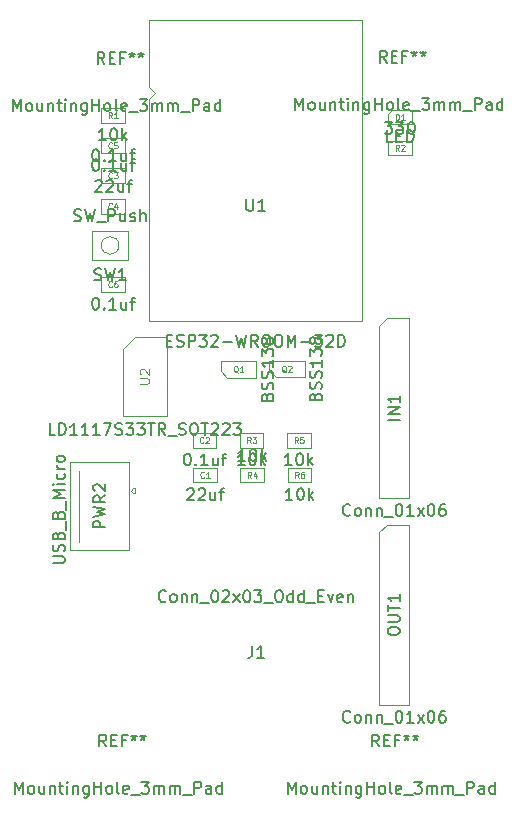
<source format=gbr>
G04 #@! TF.GenerationSoftware,KiCad,Pcbnew,(5.1.9)-1*
G04 #@! TF.CreationDate,2021-01-22T20:27:00+08:00*
G04 #@! TF.ProjectId,esp-break,6573702d-6272-4656-916b-2e6b69636164,rev?*
G04 #@! TF.SameCoordinates,Original*
G04 #@! TF.FileFunction,Other,Fab,Top*
%FSLAX46Y46*%
G04 Gerber Fmt 4.6, Leading zero omitted, Abs format (unit mm)*
G04 Created by KiCad (PCBNEW (5.1.9)-1) date 2021-01-22 20:27:00*
%MOMM*%
%LPD*%
G01*
G04 APERTURE LIST*
%ADD10C,0.100000*%
%ADD11C,0.150000*%
%ADD12C,0.075000*%
%ADD13C,0.120000*%
%ADD14C,0.080000*%
G04 APERTURE END LIST*
D10*
X105767000Y-71250000D02*
X102767000Y-71250000D01*
X102767000Y-71250000D02*
X102767000Y-68750000D01*
X102767000Y-68750000D02*
X105767000Y-68750000D01*
X105767000Y-68750000D02*
X105767000Y-71250000D01*
X105017000Y-70000000D02*
G75*
G03*
X105017000Y-70000000I-750000J0D01*
G01*
X125575000Y-76385000D02*
X125575000Y-50880000D01*
X107575000Y-76385000D02*
X125575000Y-76385000D01*
X107575000Y-50880000D02*
X107575000Y-56605000D01*
X107575000Y-50880000D02*
X125575000Y-50880000D01*
X107575000Y-57605000D02*
X107575000Y-76385000D01*
X108075000Y-57105000D02*
X107575000Y-56605000D01*
X107575000Y-57605000D02*
X108075000Y-57105000D01*
X127685800Y-76149200D02*
X129590800Y-76149200D01*
X129590800Y-76149200D02*
X129590800Y-91389200D01*
X129590800Y-91389200D02*
X127050800Y-91389200D01*
X127050800Y-91389200D02*
X127050800Y-76784200D01*
X127050800Y-76784200D02*
X127685800Y-76149200D01*
X127050800Y-94284800D02*
X127685800Y-93649800D01*
X127050800Y-108889800D02*
X127050800Y-94284800D01*
X129590800Y-108889800D02*
X127050800Y-108889800D01*
X129590800Y-93649800D02*
X129590800Y-108889800D01*
X127685800Y-93649800D02*
X129590800Y-93649800D01*
X116658660Y-81195980D02*
X116658660Y-79795980D01*
X113618660Y-79795980D02*
X116658660Y-79795980D01*
X114188660Y-81195980D02*
X113618660Y-80645980D01*
X113618660Y-80645980D02*
X113618660Y-79795980D01*
X114188660Y-81195980D02*
X116638660Y-81195980D01*
X118276300Y-81172740D02*
X120726300Y-81172740D01*
X117706300Y-80622740D02*
X117706300Y-79772740D01*
X118276300Y-81172740D02*
X117706300Y-80622740D01*
X117706300Y-79772740D02*
X120746300Y-79772740D01*
X120746300Y-81172740D02*
X120746300Y-79772740D01*
X100904900Y-95825000D02*
X105904900Y-95825000D01*
X101603196Y-89075000D02*
X101603196Y-95075000D01*
X100903196Y-88325000D02*
X100903196Y-95825000D01*
X105904900Y-88325000D02*
X105904900Y-95825000D01*
X100904900Y-88325000D02*
X105904900Y-88325000D01*
X106004900Y-90775000D02*
X106204900Y-90575000D01*
X106204900Y-90975000D02*
X106004900Y-90775000D01*
X106414900Y-90575000D02*
X106414900Y-90975000D01*
X106414900Y-90575000D02*
X106204900Y-90575000D01*
X106414900Y-90975000D02*
X106204900Y-90975000D01*
X105360000Y-78750000D02*
X106360000Y-77750000D01*
X105360000Y-78750000D02*
X105360000Y-84450000D01*
X106360000Y-77750000D02*
X109060000Y-77750000D01*
X105360000Y-84450000D02*
X109060000Y-84450000D01*
X109060000Y-77750000D02*
X109060000Y-84450000D01*
X111300000Y-90075000D02*
X111300000Y-88825000D01*
X111300000Y-88825000D02*
X113300000Y-88825000D01*
X113300000Y-88825000D02*
X113300000Y-90075000D01*
X113300000Y-90075000D02*
X111300000Y-90075000D01*
X113250000Y-87125000D02*
X111250000Y-87125000D01*
X113250000Y-85875000D02*
X113250000Y-87125000D01*
X111250000Y-85875000D02*
X113250000Y-85875000D01*
X111250000Y-87125000D02*
X111250000Y-85875000D01*
X105500000Y-63475000D02*
X105500000Y-64725000D01*
X105500000Y-64725000D02*
X103500000Y-64725000D01*
X103500000Y-64725000D02*
X103500000Y-63475000D01*
X103500000Y-63475000D02*
X105500000Y-63475000D01*
X103500000Y-66075000D02*
X105500000Y-66075000D01*
X103500000Y-67325000D02*
X103500000Y-66075000D01*
X105500000Y-67325000D02*
X103500000Y-67325000D01*
X105500000Y-66075000D02*
X105500000Y-67325000D01*
X105500000Y-62175000D02*
X103500000Y-62175000D01*
X105500000Y-60925000D02*
X105500000Y-62175000D01*
X103500000Y-60925000D02*
X105500000Y-60925000D01*
X103500000Y-62175000D02*
X103500000Y-60925000D01*
X103500000Y-73925000D02*
X103500000Y-72675000D01*
X103500000Y-72675000D02*
X105500000Y-72675000D01*
X105500000Y-72675000D02*
X105500000Y-73925000D01*
X105500000Y-73925000D02*
X103500000Y-73925000D01*
X103500000Y-59625000D02*
X103500000Y-58375000D01*
X103500000Y-58375000D02*
X105500000Y-58375000D01*
X105500000Y-58375000D02*
X105500000Y-59625000D01*
X105500000Y-59625000D02*
X103500000Y-59625000D01*
X129800000Y-61125000D02*
X129800000Y-62375000D01*
X129800000Y-62375000D02*
X127800000Y-62375000D01*
X127800000Y-62375000D02*
X127800000Y-61125000D01*
X127800000Y-61125000D02*
X129800000Y-61125000D01*
X117250000Y-87125000D02*
X115250000Y-87125000D01*
X117250000Y-85875000D02*
X117250000Y-87125000D01*
X115250000Y-85875000D02*
X117250000Y-85875000D01*
X115250000Y-87125000D02*
X115250000Y-85875000D01*
X115300000Y-88825000D02*
X117300000Y-88825000D01*
X115300000Y-90075000D02*
X115300000Y-88825000D01*
X117300000Y-90075000D02*
X115300000Y-90075000D01*
X117300000Y-88825000D02*
X117300000Y-90075000D01*
X121250000Y-87125000D02*
X119250000Y-87125000D01*
X121250000Y-85875000D02*
X121250000Y-87125000D01*
X119250000Y-85875000D02*
X121250000Y-85875000D01*
X119250000Y-87125000D02*
X119250000Y-85875000D01*
X119300000Y-90075000D02*
X119300000Y-88825000D01*
X119300000Y-88825000D02*
X121300000Y-88825000D01*
X121300000Y-88825000D02*
X121300000Y-90075000D01*
X121300000Y-90075000D02*
X119300000Y-90075000D01*
X129800000Y-59750000D02*
X129800000Y-58550000D01*
X127800000Y-59750000D02*
X129800000Y-59750000D01*
X127800000Y-58850000D02*
X127800000Y-59750000D01*
X128100000Y-58550000D02*
X127800000Y-58850000D01*
X129800000Y-58550000D02*
X128100000Y-58550000D01*
D11*
X119308095Y-116422380D02*
X119308095Y-115422380D01*
X119641428Y-116136666D01*
X119974761Y-115422380D01*
X119974761Y-116422380D01*
X120593809Y-116422380D02*
X120498571Y-116374761D01*
X120450952Y-116327142D01*
X120403333Y-116231904D01*
X120403333Y-115946190D01*
X120450952Y-115850952D01*
X120498571Y-115803333D01*
X120593809Y-115755714D01*
X120736666Y-115755714D01*
X120831904Y-115803333D01*
X120879523Y-115850952D01*
X120927142Y-115946190D01*
X120927142Y-116231904D01*
X120879523Y-116327142D01*
X120831904Y-116374761D01*
X120736666Y-116422380D01*
X120593809Y-116422380D01*
X121784285Y-115755714D02*
X121784285Y-116422380D01*
X121355714Y-115755714D02*
X121355714Y-116279523D01*
X121403333Y-116374761D01*
X121498571Y-116422380D01*
X121641428Y-116422380D01*
X121736666Y-116374761D01*
X121784285Y-116327142D01*
X122260476Y-115755714D02*
X122260476Y-116422380D01*
X122260476Y-115850952D02*
X122308095Y-115803333D01*
X122403333Y-115755714D01*
X122546190Y-115755714D01*
X122641428Y-115803333D01*
X122689047Y-115898571D01*
X122689047Y-116422380D01*
X123022380Y-115755714D02*
X123403333Y-115755714D01*
X123165238Y-115422380D02*
X123165238Y-116279523D01*
X123212857Y-116374761D01*
X123308095Y-116422380D01*
X123403333Y-116422380D01*
X123736666Y-116422380D02*
X123736666Y-115755714D01*
X123736666Y-115422380D02*
X123689047Y-115470000D01*
X123736666Y-115517619D01*
X123784285Y-115470000D01*
X123736666Y-115422380D01*
X123736666Y-115517619D01*
X124212857Y-115755714D02*
X124212857Y-116422380D01*
X124212857Y-115850952D02*
X124260476Y-115803333D01*
X124355714Y-115755714D01*
X124498571Y-115755714D01*
X124593809Y-115803333D01*
X124641428Y-115898571D01*
X124641428Y-116422380D01*
X125546190Y-115755714D02*
X125546190Y-116565238D01*
X125498571Y-116660476D01*
X125450952Y-116708095D01*
X125355714Y-116755714D01*
X125212857Y-116755714D01*
X125117619Y-116708095D01*
X125546190Y-116374761D02*
X125450952Y-116422380D01*
X125260476Y-116422380D01*
X125165238Y-116374761D01*
X125117619Y-116327142D01*
X125070000Y-116231904D01*
X125070000Y-115946190D01*
X125117619Y-115850952D01*
X125165238Y-115803333D01*
X125260476Y-115755714D01*
X125450952Y-115755714D01*
X125546190Y-115803333D01*
X126022380Y-116422380D02*
X126022380Y-115422380D01*
X126022380Y-115898571D02*
X126593809Y-115898571D01*
X126593809Y-116422380D02*
X126593809Y-115422380D01*
X127212857Y-116422380D02*
X127117619Y-116374761D01*
X127070000Y-116327142D01*
X127022380Y-116231904D01*
X127022380Y-115946190D01*
X127070000Y-115850952D01*
X127117619Y-115803333D01*
X127212857Y-115755714D01*
X127355714Y-115755714D01*
X127450952Y-115803333D01*
X127498571Y-115850952D01*
X127546190Y-115946190D01*
X127546190Y-116231904D01*
X127498571Y-116327142D01*
X127450952Y-116374761D01*
X127355714Y-116422380D01*
X127212857Y-116422380D01*
X128117619Y-116422380D02*
X128022380Y-116374761D01*
X127974761Y-116279523D01*
X127974761Y-115422380D01*
X128879523Y-116374761D02*
X128784285Y-116422380D01*
X128593809Y-116422380D01*
X128498571Y-116374761D01*
X128450952Y-116279523D01*
X128450952Y-115898571D01*
X128498571Y-115803333D01*
X128593809Y-115755714D01*
X128784285Y-115755714D01*
X128879523Y-115803333D01*
X128927142Y-115898571D01*
X128927142Y-115993809D01*
X128450952Y-116089047D01*
X129117619Y-116517619D02*
X129879523Y-116517619D01*
X130022380Y-115422380D02*
X130641428Y-115422380D01*
X130308095Y-115803333D01*
X130450952Y-115803333D01*
X130546190Y-115850952D01*
X130593809Y-115898571D01*
X130641428Y-115993809D01*
X130641428Y-116231904D01*
X130593809Y-116327142D01*
X130546190Y-116374761D01*
X130450952Y-116422380D01*
X130165238Y-116422380D01*
X130070000Y-116374761D01*
X130022380Y-116327142D01*
X131070000Y-116422380D02*
X131070000Y-115755714D01*
X131070000Y-115850952D02*
X131117619Y-115803333D01*
X131212857Y-115755714D01*
X131355714Y-115755714D01*
X131450952Y-115803333D01*
X131498571Y-115898571D01*
X131498571Y-116422380D01*
X131498571Y-115898571D02*
X131546190Y-115803333D01*
X131641428Y-115755714D01*
X131784285Y-115755714D01*
X131879523Y-115803333D01*
X131927142Y-115898571D01*
X131927142Y-116422380D01*
X132403333Y-116422380D02*
X132403333Y-115755714D01*
X132403333Y-115850952D02*
X132450952Y-115803333D01*
X132546190Y-115755714D01*
X132689047Y-115755714D01*
X132784285Y-115803333D01*
X132831904Y-115898571D01*
X132831904Y-116422380D01*
X132831904Y-115898571D02*
X132879523Y-115803333D01*
X132974761Y-115755714D01*
X133117619Y-115755714D01*
X133212857Y-115803333D01*
X133260476Y-115898571D01*
X133260476Y-116422380D01*
X133498571Y-116517619D02*
X134260476Y-116517619D01*
X134498571Y-116422380D02*
X134498571Y-115422380D01*
X134879523Y-115422380D01*
X134974761Y-115470000D01*
X135022380Y-115517619D01*
X135070000Y-115612857D01*
X135070000Y-115755714D01*
X135022380Y-115850952D01*
X134974761Y-115898571D01*
X134879523Y-115946190D01*
X134498571Y-115946190D01*
X135927142Y-116422380D02*
X135927142Y-115898571D01*
X135879523Y-115803333D01*
X135784285Y-115755714D01*
X135593809Y-115755714D01*
X135498571Y-115803333D01*
X135927142Y-116374761D02*
X135831904Y-116422380D01*
X135593809Y-116422380D01*
X135498571Y-116374761D01*
X135450952Y-116279523D01*
X135450952Y-116184285D01*
X135498571Y-116089047D01*
X135593809Y-116041428D01*
X135831904Y-116041428D01*
X135927142Y-115993809D01*
X136831904Y-116422380D02*
X136831904Y-115422380D01*
X136831904Y-116374761D02*
X136736666Y-116422380D01*
X136546190Y-116422380D01*
X136450952Y-116374761D01*
X136403333Y-116327142D01*
X136355714Y-116231904D01*
X136355714Y-115946190D01*
X136403333Y-115850952D01*
X136450952Y-115803333D01*
X136546190Y-115755714D01*
X136736666Y-115755714D01*
X136831904Y-115803333D01*
X127036666Y-112422380D02*
X126703333Y-111946190D01*
X126465238Y-112422380D02*
X126465238Y-111422380D01*
X126846190Y-111422380D01*
X126941428Y-111470000D01*
X126989047Y-111517619D01*
X127036666Y-111612857D01*
X127036666Y-111755714D01*
X126989047Y-111850952D01*
X126941428Y-111898571D01*
X126846190Y-111946190D01*
X126465238Y-111946190D01*
X127465238Y-111898571D02*
X127798571Y-111898571D01*
X127941428Y-112422380D02*
X127465238Y-112422380D01*
X127465238Y-111422380D01*
X127941428Y-111422380D01*
X128703333Y-111898571D02*
X128370000Y-111898571D01*
X128370000Y-112422380D02*
X128370000Y-111422380D01*
X128846190Y-111422380D01*
X129370000Y-111422380D02*
X129370000Y-111660476D01*
X129131904Y-111565238D02*
X129370000Y-111660476D01*
X129608095Y-111565238D01*
X129227142Y-111850952D02*
X129370000Y-111660476D01*
X129512857Y-111850952D01*
X130131904Y-111422380D02*
X130131904Y-111660476D01*
X129893809Y-111565238D02*
X130131904Y-111660476D01*
X130370000Y-111565238D01*
X129989047Y-111850952D02*
X130131904Y-111660476D01*
X130274761Y-111850952D01*
X96208095Y-116422380D02*
X96208095Y-115422380D01*
X96541428Y-116136666D01*
X96874761Y-115422380D01*
X96874761Y-116422380D01*
X97493809Y-116422380D02*
X97398571Y-116374761D01*
X97350952Y-116327142D01*
X97303333Y-116231904D01*
X97303333Y-115946190D01*
X97350952Y-115850952D01*
X97398571Y-115803333D01*
X97493809Y-115755714D01*
X97636666Y-115755714D01*
X97731904Y-115803333D01*
X97779523Y-115850952D01*
X97827142Y-115946190D01*
X97827142Y-116231904D01*
X97779523Y-116327142D01*
X97731904Y-116374761D01*
X97636666Y-116422380D01*
X97493809Y-116422380D01*
X98684285Y-115755714D02*
X98684285Y-116422380D01*
X98255714Y-115755714D02*
X98255714Y-116279523D01*
X98303333Y-116374761D01*
X98398571Y-116422380D01*
X98541428Y-116422380D01*
X98636666Y-116374761D01*
X98684285Y-116327142D01*
X99160476Y-115755714D02*
X99160476Y-116422380D01*
X99160476Y-115850952D02*
X99208095Y-115803333D01*
X99303333Y-115755714D01*
X99446190Y-115755714D01*
X99541428Y-115803333D01*
X99589047Y-115898571D01*
X99589047Y-116422380D01*
X99922380Y-115755714D02*
X100303333Y-115755714D01*
X100065238Y-115422380D02*
X100065238Y-116279523D01*
X100112857Y-116374761D01*
X100208095Y-116422380D01*
X100303333Y-116422380D01*
X100636666Y-116422380D02*
X100636666Y-115755714D01*
X100636666Y-115422380D02*
X100589047Y-115470000D01*
X100636666Y-115517619D01*
X100684285Y-115470000D01*
X100636666Y-115422380D01*
X100636666Y-115517619D01*
X101112857Y-115755714D02*
X101112857Y-116422380D01*
X101112857Y-115850952D02*
X101160476Y-115803333D01*
X101255714Y-115755714D01*
X101398571Y-115755714D01*
X101493809Y-115803333D01*
X101541428Y-115898571D01*
X101541428Y-116422380D01*
X102446190Y-115755714D02*
X102446190Y-116565238D01*
X102398571Y-116660476D01*
X102350952Y-116708095D01*
X102255714Y-116755714D01*
X102112857Y-116755714D01*
X102017619Y-116708095D01*
X102446190Y-116374761D02*
X102350952Y-116422380D01*
X102160476Y-116422380D01*
X102065238Y-116374761D01*
X102017619Y-116327142D01*
X101970000Y-116231904D01*
X101970000Y-115946190D01*
X102017619Y-115850952D01*
X102065238Y-115803333D01*
X102160476Y-115755714D01*
X102350952Y-115755714D01*
X102446190Y-115803333D01*
X102922380Y-116422380D02*
X102922380Y-115422380D01*
X102922380Y-115898571D02*
X103493809Y-115898571D01*
X103493809Y-116422380D02*
X103493809Y-115422380D01*
X104112857Y-116422380D02*
X104017619Y-116374761D01*
X103970000Y-116327142D01*
X103922380Y-116231904D01*
X103922380Y-115946190D01*
X103970000Y-115850952D01*
X104017619Y-115803333D01*
X104112857Y-115755714D01*
X104255714Y-115755714D01*
X104350952Y-115803333D01*
X104398571Y-115850952D01*
X104446190Y-115946190D01*
X104446190Y-116231904D01*
X104398571Y-116327142D01*
X104350952Y-116374761D01*
X104255714Y-116422380D01*
X104112857Y-116422380D01*
X105017619Y-116422380D02*
X104922380Y-116374761D01*
X104874761Y-116279523D01*
X104874761Y-115422380D01*
X105779523Y-116374761D02*
X105684285Y-116422380D01*
X105493809Y-116422380D01*
X105398571Y-116374761D01*
X105350952Y-116279523D01*
X105350952Y-115898571D01*
X105398571Y-115803333D01*
X105493809Y-115755714D01*
X105684285Y-115755714D01*
X105779523Y-115803333D01*
X105827142Y-115898571D01*
X105827142Y-115993809D01*
X105350952Y-116089047D01*
X106017619Y-116517619D02*
X106779523Y-116517619D01*
X106922380Y-115422380D02*
X107541428Y-115422380D01*
X107208095Y-115803333D01*
X107350952Y-115803333D01*
X107446190Y-115850952D01*
X107493809Y-115898571D01*
X107541428Y-115993809D01*
X107541428Y-116231904D01*
X107493809Y-116327142D01*
X107446190Y-116374761D01*
X107350952Y-116422380D01*
X107065238Y-116422380D01*
X106970000Y-116374761D01*
X106922380Y-116327142D01*
X107970000Y-116422380D02*
X107970000Y-115755714D01*
X107970000Y-115850952D02*
X108017619Y-115803333D01*
X108112857Y-115755714D01*
X108255714Y-115755714D01*
X108350952Y-115803333D01*
X108398571Y-115898571D01*
X108398571Y-116422380D01*
X108398571Y-115898571D02*
X108446190Y-115803333D01*
X108541428Y-115755714D01*
X108684285Y-115755714D01*
X108779523Y-115803333D01*
X108827142Y-115898571D01*
X108827142Y-116422380D01*
X109303333Y-116422380D02*
X109303333Y-115755714D01*
X109303333Y-115850952D02*
X109350952Y-115803333D01*
X109446190Y-115755714D01*
X109589047Y-115755714D01*
X109684285Y-115803333D01*
X109731904Y-115898571D01*
X109731904Y-116422380D01*
X109731904Y-115898571D02*
X109779523Y-115803333D01*
X109874761Y-115755714D01*
X110017619Y-115755714D01*
X110112857Y-115803333D01*
X110160476Y-115898571D01*
X110160476Y-116422380D01*
X110398571Y-116517619D02*
X111160476Y-116517619D01*
X111398571Y-116422380D02*
X111398571Y-115422380D01*
X111779523Y-115422380D01*
X111874761Y-115470000D01*
X111922380Y-115517619D01*
X111970000Y-115612857D01*
X111970000Y-115755714D01*
X111922380Y-115850952D01*
X111874761Y-115898571D01*
X111779523Y-115946190D01*
X111398571Y-115946190D01*
X112827142Y-116422380D02*
X112827142Y-115898571D01*
X112779523Y-115803333D01*
X112684285Y-115755714D01*
X112493809Y-115755714D01*
X112398571Y-115803333D01*
X112827142Y-116374761D02*
X112731904Y-116422380D01*
X112493809Y-116422380D01*
X112398571Y-116374761D01*
X112350952Y-116279523D01*
X112350952Y-116184285D01*
X112398571Y-116089047D01*
X112493809Y-116041428D01*
X112731904Y-116041428D01*
X112827142Y-115993809D01*
X113731904Y-116422380D02*
X113731904Y-115422380D01*
X113731904Y-116374761D02*
X113636666Y-116422380D01*
X113446190Y-116422380D01*
X113350952Y-116374761D01*
X113303333Y-116327142D01*
X113255714Y-116231904D01*
X113255714Y-115946190D01*
X113303333Y-115850952D01*
X113350952Y-115803333D01*
X113446190Y-115755714D01*
X113636666Y-115755714D01*
X113731904Y-115803333D01*
X103936666Y-112422380D02*
X103603333Y-111946190D01*
X103365238Y-112422380D02*
X103365238Y-111422380D01*
X103746190Y-111422380D01*
X103841428Y-111470000D01*
X103889047Y-111517619D01*
X103936666Y-111612857D01*
X103936666Y-111755714D01*
X103889047Y-111850952D01*
X103841428Y-111898571D01*
X103746190Y-111946190D01*
X103365238Y-111946190D01*
X104365238Y-111898571D02*
X104698571Y-111898571D01*
X104841428Y-112422380D02*
X104365238Y-112422380D01*
X104365238Y-111422380D01*
X104841428Y-111422380D01*
X105603333Y-111898571D02*
X105270000Y-111898571D01*
X105270000Y-112422380D02*
X105270000Y-111422380D01*
X105746190Y-111422380D01*
X106270000Y-111422380D02*
X106270000Y-111660476D01*
X106031904Y-111565238D02*
X106270000Y-111660476D01*
X106508095Y-111565238D01*
X106127142Y-111850952D02*
X106270000Y-111660476D01*
X106412857Y-111850952D01*
X107031904Y-111422380D02*
X107031904Y-111660476D01*
X106793809Y-111565238D02*
X107031904Y-111660476D01*
X107270000Y-111565238D01*
X106889047Y-111850952D02*
X107031904Y-111660476D01*
X107174761Y-111850952D01*
X119958095Y-58522380D02*
X119958095Y-57522380D01*
X120291428Y-58236666D01*
X120624761Y-57522380D01*
X120624761Y-58522380D01*
X121243809Y-58522380D02*
X121148571Y-58474761D01*
X121100952Y-58427142D01*
X121053333Y-58331904D01*
X121053333Y-58046190D01*
X121100952Y-57950952D01*
X121148571Y-57903333D01*
X121243809Y-57855714D01*
X121386666Y-57855714D01*
X121481904Y-57903333D01*
X121529523Y-57950952D01*
X121577142Y-58046190D01*
X121577142Y-58331904D01*
X121529523Y-58427142D01*
X121481904Y-58474761D01*
X121386666Y-58522380D01*
X121243809Y-58522380D01*
X122434285Y-57855714D02*
X122434285Y-58522380D01*
X122005714Y-57855714D02*
X122005714Y-58379523D01*
X122053333Y-58474761D01*
X122148571Y-58522380D01*
X122291428Y-58522380D01*
X122386666Y-58474761D01*
X122434285Y-58427142D01*
X122910476Y-57855714D02*
X122910476Y-58522380D01*
X122910476Y-57950952D02*
X122958095Y-57903333D01*
X123053333Y-57855714D01*
X123196190Y-57855714D01*
X123291428Y-57903333D01*
X123339047Y-57998571D01*
X123339047Y-58522380D01*
X123672380Y-57855714D02*
X124053333Y-57855714D01*
X123815238Y-57522380D02*
X123815238Y-58379523D01*
X123862857Y-58474761D01*
X123958095Y-58522380D01*
X124053333Y-58522380D01*
X124386666Y-58522380D02*
X124386666Y-57855714D01*
X124386666Y-57522380D02*
X124339047Y-57570000D01*
X124386666Y-57617619D01*
X124434285Y-57570000D01*
X124386666Y-57522380D01*
X124386666Y-57617619D01*
X124862857Y-57855714D02*
X124862857Y-58522380D01*
X124862857Y-57950952D02*
X124910476Y-57903333D01*
X125005714Y-57855714D01*
X125148571Y-57855714D01*
X125243809Y-57903333D01*
X125291428Y-57998571D01*
X125291428Y-58522380D01*
X126196190Y-57855714D02*
X126196190Y-58665238D01*
X126148571Y-58760476D01*
X126100952Y-58808095D01*
X126005714Y-58855714D01*
X125862857Y-58855714D01*
X125767619Y-58808095D01*
X126196190Y-58474761D02*
X126100952Y-58522380D01*
X125910476Y-58522380D01*
X125815238Y-58474761D01*
X125767619Y-58427142D01*
X125720000Y-58331904D01*
X125720000Y-58046190D01*
X125767619Y-57950952D01*
X125815238Y-57903333D01*
X125910476Y-57855714D01*
X126100952Y-57855714D01*
X126196190Y-57903333D01*
X126672380Y-58522380D02*
X126672380Y-57522380D01*
X126672380Y-57998571D02*
X127243809Y-57998571D01*
X127243809Y-58522380D02*
X127243809Y-57522380D01*
X127862857Y-58522380D02*
X127767619Y-58474761D01*
X127720000Y-58427142D01*
X127672380Y-58331904D01*
X127672380Y-58046190D01*
X127720000Y-57950952D01*
X127767619Y-57903333D01*
X127862857Y-57855714D01*
X128005714Y-57855714D01*
X128100952Y-57903333D01*
X128148571Y-57950952D01*
X128196190Y-58046190D01*
X128196190Y-58331904D01*
X128148571Y-58427142D01*
X128100952Y-58474761D01*
X128005714Y-58522380D01*
X127862857Y-58522380D01*
X128767619Y-58522380D02*
X128672380Y-58474761D01*
X128624761Y-58379523D01*
X128624761Y-57522380D01*
X129529523Y-58474761D02*
X129434285Y-58522380D01*
X129243809Y-58522380D01*
X129148571Y-58474761D01*
X129100952Y-58379523D01*
X129100952Y-57998571D01*
X129148571Y-57903333D01*
X129243809Y-57855714D01*
X129434285Y-57855714D01*
X129529523Y-57903333D01*
X129577142Y-57998571D01*
X129577142Y-58093809D01*
X129100952Y-58189047D01*
X129767619Y-58617619D02*
X130529523Y-58617619D01*
X130672380Y-57522380D02*
X131291428Y-57522380D01*
X130958095Y-57903333D01*
X131100952Y-57903333D01*
X131196190Y-57950952D01*
X131243809Y-57998571D01*
X131291428Y-58093809D01*
X131291428Y-58331904D01*
X131243809Y-58427142D01*
X131196190Y-58474761D01*
X131100952Y-58522380D01*
X130815238Y-58522380D01*
X130720000Y-58474761D01*
X130672380Y-58427142D01*
X131720000Y-58522380D02*
X131720000Y-57855714D01*
X131720000Y-57950952D02*
X131767619Y-57903333D01*
X131862857Y-57855714D01*
X132005714Y-57855714D01*
X132100952Y-57903333D01*
X132148571Y-57998571D01*
X132148571Y-58522380D01*
X132148571Y-57998571D02*
X132196190Y-57903333D01*
X132291428Y-57855714D01*
X132434285Y-57855714D01*
X132529523Y-57903333D01*
X132577142Y-57998571D01*
X132577142Y-58522380D01*
X133053333Y-58522380D02*
X133053333Y-57855714D01*
X133053333Y-57950952D02*
X133100952Y-57903333D01*
X133196190Y-57855714D01*
X133339047Y-57855714D01*
X133434285Y-57903333D01*
X133481904Y-57998571D01*
X133481904Y-58522380D01*
X133481904Y-57998571D02*
X133529523Y-57903333D01*
X133624761Y-57855714D01*
X133767619Y-57855714D01*
X133862857Y-57903333D01*
X133910476Y-57998571D01*
X133910476Y-58522380D01*
X134148571Y-58617619D02*
X134910476Y-58617619D01*
X135148571Y-58522380D02*
X135148571Y-57522380D01*
X135529523Y-57522380D01*
X135624761Y-57570000D01*
X135672380Y-57617619D01*
X135720000Y-57712857D01*
X135720000Y-57855714D01*
X135672380Y-57950952D01*
X135624761Y-57998571D01*
X135529523Y-58046190D01*
X135148571Y-58046190D01*
X136577142Y-58522380D02*
X136577142Y-57998571D01*
X136529523Y-57903333D01*
X136434285Y-57855714D01*
X136243809Y-57855714D01*
X136148571Y-57903333D01*
X136577142Y-58474761D02*
X136481904Y-58522380D01*
X136243809Y-58522380D01*
X136148571Y-58474761D01*
X136100952Y-58379523D01*
X136100952Y-58284285D01*
X136148571Y-58189047D01*
X136243809Y-58141428D01*
X136481904Y-58141428D01*
X136577142Y-58093809D01*
X137481904Y-58522380D02*
X137481904Y-57522380D01*
X137481904Y-58474761D02*
X137386666Y-58522380D01*
X137196190Y-58522380D01*
X137100952Y-58474761D01*
X137053333Y-58427142D01*
X137005714Y-58331904D01*
X137005714Y-58046190D01*
X137053333Y-57950952D01*
X137100952Y-57903333D01*
X137196190Y-57855714D01*
X137386666Y-57855714D01*
X137481904Y-57903333D01*
X127686666Y-54522380D02*
X127353333Y-54046190D01*
X127115238Y-54522380D02*
X127115238Y-53522380D01*
X127496190Y-53522380D01*
X127591428Y-53570000D01*
X127639047Y-53617619D01*
X127686666Y-53712857D01*
X127686666Y-53855714D01*
X127639047Y-53950952D01*
X127591428Y-53998571D01*
X127496190Y-54046190D01*
X127115238Y-54046190D01*
X128115238Y-53998571D02*
X128448571Y-53998571D01*
X128591428Y-54522380D02*
X128115238Y-54522380D01*
X128115238Y-53522380D01*
X128591428Y-53522380D01*
X129353333Y-53998571D02*
X129020000Y-53998571D01*
X129020000Y-54522380D02*
X129020000Y-53522380D01*
X129496190Y-53522380D01*
X130020000Y-53522380D02*
X130020000Y-53760476D01*
X129781904Y-53665238D02*
X130020000Y-53760476D01*
X130258095Y-53665238D01*
X129877142Y-53950952D02*
X130020000Y-53760476D01*
X130162857Y-53950952D01*
X130781904Y-53522380D02*
X130781904Y-53760476D01*
X130543809Y-53665238D02*
X130781904Y-53760476D01*
X131020000Y-53665238D01*
X130639047Y-53950952D02*
X130781904Y-53760476D01*
X130924761Y-53950952D01*
X96058095Y-58622380D02*
X96058095Y-57622380D01*
X96391428Y-58336666D01*
X96724761Y-57622380D01*
X96724761Y-58622380D01*
X97343809Y-58622380D02*
X97248571Y-58574761D01*
X97200952Y-58527142D01*
X97153333Y-58431904D01*
X97153333Y-58146190D01*
X97200952Y-58050952D01*
X97248571Y-58003333D01*
X97343809Y-57955714D01*
X97486666Y-57955714D01*
X97581904Y-58003333D01*
X97629523Y-58050952D01*
X97677142Y-58146190D01*
X97677142Y-58431904D01*
X97629523Y-58527142D01*
X97581904Y-58574761D01*
X97486666Y-58622380D01*
X97343809Y-58622380D01*
X98534285Y-57955714D02*
X98534285Y-58622380D01*
X98105714Y-57955714D02*
X98105714Y-58479523D01*
X98153333Y-58574761D01*
X98248571Y-58622380D01*
X98391428Y-58622380D01*
X98486666Y-58574761D01*
X98534285Y-58527142D01*
X99010476Y-57955714D02*
X99010476Y-58622380D01*
X99010476Y-58050952D02*
X99058095Y-58003333D01*
X99153333Y-57955714D01*
X99296190Y-57955714D01*
X99391428Y-58003333D01*
X99439047Y-58098571D01*
X99439047Y-58622380D01*
X99772380Y-57955714D02*
X100153333Y-57955714D01*
X99915238Y-57622380D02*
X99915238Y-58479523D01*
X99962857Y-58574761D01*
X100058095Y-58622380D01*
X100153333Y-58622380D01*
X100486666Y-58622380D02*
X100486666Y-57955714D01*
X100486666Y-57622380D02*
X100439047Y-57670000D01*
X100486666Y-57717619D01*
X100534285Y-57670000D01*
X100486666Y-57622380D01*
X100486666Y-57717619D01*
X100962857Y-57955714D02*
X100962857Y-58622380D01*
X100962857Y-58050952D02*
X101010476Y-58003333D01*
X101105714Y-57955714D01*
X101248571Y-57955714D01*
X101343809Y-58003333D01*
X101391428Y-58098571D01*
X101391428Y-58622380D01*
X102296190Y-57955714D02*
X102296190Y-58765238D01*
X102248571Y-58860476D01*
X102200952Y-58908095D01*
X102105714Y-58955714D01*
X101962857Y-58955714D01*
X101867619Y-58908095D01*
X102296190Y-58574761D02*
X102200952Y-58622380D01*
X102010476Y-58622380D01*
X101915238Y-58574761D01*
X101867619Y-58527142D01*
X101820000Y-58431904D01*
X101820000Y-58146190D01*
X101867619Y-58050952D01*
X101915238Y-58003333D01*
X102010476Y-57955714D01*
X102200952Y-57955714D01*
X102296190Y-58003333D01*
X102772380Y-58622380D02*
X102772380Y-57622380D01*
X102772380Y-58098571D02*
X103343809Y-58098571D01*
X103343809Y-58622380D02*
X103343809Y-57622380D01*
X103962857Y-58622380D02*
X103867619Y-58574761D01*
X103820000Y-58527142D01*
X103772380Y-58431904D01*
X103772380Y-58146190D01*
X103820000Y-58050952D01*
X103867619Y-58003333D01*
X103962857Y-57955714D01*
X104105714Y-57955714D01*
X104200952Y-58003333D01*
X104248571Y-58050952D01*
X104296190Y-58146190D01*
X104296190Y-58431904D01*
X104248571Y-58527142D01*
X104200952Y-58574761D01*
X104105714Y-58622380D01*
X103962857Y-58622380D01*
X104867619Y-58622380D02*
X104772380Y-58574761D01*
X104724761Y-58479523D01*
X104724761Y-57622380D01*
X105629523Y-58574761D02*
X105534285Y-58622380D01*
X105343809Y-58622380D01*
X105248571Y-58574761D01*
X105200952Y-58479523D01*
X105200952Y-58098571D01*
X105248571Y-58003333D01*
X105343809Y-57955714D01*
X105534285Y-57955714D01*
X105629523Y-58003333D01*
X105677142Y-58098571D01*
X105677142Y-58193809D01*
X105200952Y-58289047D01*
X105867619Y-58717619D02*
X106629523Y-58717619D01*
X106772380Y-57622380D02*
X107391428Y-57622380D01*
X107058095Y-58003333D01*
X107200952Y-58003333D01*
X107296190Y-58050952D01*
X107343809Y-58098571D01*
X107391428Y-58193809D01*
X107391428Y-58431904D01*
X107343809Y-58527142D01*
X107296190Y-58574761D01*
X107200952Y-58622380D01*
X106915238Y-58622380D01*
X106820000Y-58574761D01*
X106772380Y-58527142D01*
X107820000Y-58622380D02*
X107820000Y-57955714D01*
X107820000Y-58050952D02*
X107867619Y-58003333D01*
X107962857Y-57955714D01*
X108105714Y-57955714D01*
X108200952Y-58003333D01*
X108248571Y-58098571D01*
X108248571Y-58622380D01*
X108248571Y-58098571D02*
X108296190Y-58003333D01*
X108391428Y-57955714D01*
X108534285Y-57955714D01*
X108629523Y-58003333D01*
X108677142Y-58098571D01*
X108677142Y-58622380D01*
X109153333Y-58622380D02*
X109153333Y-57955714D01*
X109153333Y-58050952D02*
X109200952Y-58003333D01*
X109296190Y-57955714D01*
X109439047Y-57955714D01*
X109534285Y-58003333D01*
X109581904Y-58098571D01*
X109581904Y-58622380D01*
X109581904Y-58098571D02*
X109629523Y-58003333D01*
X109724761Y-57955714D01*
X109867619Y-57955714D01*
X109962857Y-58003333D01*
X110010476Y-58098571D01*
X110010476Y-58622380D01*
X110248571Y-58717619D02*
X111010476Y-58717619D01*
X111248571Y-58622380D02*
X111248571Y-57622380D01*
X111629523Y-57622380D01*
X111724761Y-57670000D01*
X111772380Y-57717619D01*
X111820000Y-57812857D01*
X111820000Y-57955714D01*
X111772380Y-58050952D01*
X111724761Y-58098571D01*
X111629523Y-58146190D01*
X111248571Y-58146190D01*
X112677142Y-58622380D02*
X112677142Y-58098571D01*
X112629523Y-58003333D01*
X112534285Y-57955714D01*
X112343809Y-57955714D01*
X112248571Y-58003333D01*
X112677142Y-58574761D02*
X112581904Y-58622380D01*
X112343809Y-58622380D01*
X112248571Y-58574761D01*
X112200952Y-58479523D01*
X112200952Y-58384285D01*
X112248571Y-58289047D01*
X112343809Y-58241428D01*
X112581904Y-58241428D01*
X112677142Y-58193809D01*
X113581904Y-58622380D02*
X113581904Y-57622380D01*
X113581904Y-58574761D02*
X113486666Y-58622380D01*
X113296190Y-58622380D01*
X113200952Y-58574761D01*
X113153333Y-58527142D01*
X113105714Y-58431904D01*
X113105714Y-58146190D01*
X113153333Y-58050952D01*
X113200952Y-58003333D01*
X113296190Y-57955714D01*
X113486666Y-57955714D01*
X113581904Y-58003333D01*
X103786666Y-54622380D02*
X103453333Y-54146190D01*
X103215238Y-54622380D02*
X103215238Y-53622380D01*
X103596190Y-53622380D01*
X103691428Y-53670000D01*
X103739047Y-53717619D01*
X103786666Y-53812857D01*
X103786666Y-53955714D01*
X103739047Y-54050952D01*
X103691428Y-54098571D01*
X103596190Y-54146190D01*
X103215238Y-54146190D01*
X104215238Y-54098571D02*
X104548571Y-54098571D01*
X104691428Y-54622380D02*
X104215238Y-54622380D01*
X104215238Y-53622380D01*
X104691428Y-53622380D01*
X105453333Y-54098571D02*
X105120000Y-54098571D01*
X105120000Y-54622380D02*
X105120000Y-53622380D01*
X105596190Y-53622380D01*
X106120000Y-53622380D02*
X106120000Y-53860476D01*
X105881904Y-53765238D02*
X106120000Y-53860476D01*
X106358095Y-53765238D01*
X105977142Y-54050952D02*
X106120000Y-53860476D01*
X106262857Y-54050952D01*
X106881904Y-53622380D02*
X106881904Y-53860476D01*
X106643809Y-53765238D02*
X106881904Y-53860476D01*
X107120000Y-53765238D01*
X106739047Y-54050952D02*
X106881904Y-53860476D01*
X107024761Y-54050952D01*
X101219380Y-67904761D02*
X101362238Y-67952380D01*
X101600333Y-67952380D01*
X101695571Y-67904761D01*
X101743190Y-67857142D01*
X101790809Y-67761904D01*
X101790809Y-67666666D01*
X101743190Y-67571428D01*
X101695571Y-67523809D01*
X101600333Y-67476190D01*
X101409857Y-67428571D01*
X101314619Y-67380952D01*
X101267000Y-67333333D01*
X101219380Y-67238095D01*
X101219380Y-67142857D01*
X101267000Y-67047619D01*
X101314619Y-67000000D01*
X101409857Y-66952380D01*
X101647952Y-66952380D01*
X101790809Y-67000000D01*
X102124142Y-66952380D02*
X102362238Y-67952380D01*
X102552714Y-67238095D01*
X102743190Y-67952380D01*
X102981285Y-66952380D01*
X103124142Y-68047619D02*
X103886047Y-68047619D01*
X104124142Y-67952380D02*
X104124142Y-66952380D01*
X104505095Y-66952380D01*
X104600333Y-67000000D01*
X104647952Y-67047619D01*
X104695571Y-67142857D01*
X104695571Y-67285714D01*
X104647952Y-67380952D01*
X104600333Y-67428571D01*
X104505095Y-67476190D01*
X104124142Y-67476190D01*
X105552714Y-67285714D02*
X105552714Y-67952380D01*
X105124142Y-67285714D02*
X105124142Y-67809523D01*
X105171761Y-67904761D01*
X105267000Y-67952380D01*
X105409857Y-67952380D01*
X105505095Y-67904761D01*
X105552714Y-67857142D01*
X105981285Y-67904761D02*
X106076523Y-67952380D01*
X106267000Y-67952380D01*
X106362238Y-67904761D01*
X106409857Y-67809523D01*
X106409857Y-67761904D01*
X106362238Y-67666666D01*
X106267000Y-67619047D01*
X106124142Y-67619047D01*
X106028904Y-67571428D01*
X105981285Y-67476190D01*
X105981285Y-67428571D01*
X106028904Y-67333333D01*
X106124142Y-67285714D01*
X106267000Y-67285714D01*
X106362238Y-67333333D01*
X106838428Y-67952380D02*
X106838428Y-66952380D01*
X107267000Y-67952380D02*
X107267000Y-67428571D01*
X107219380Y-67333333D01*
X107124142Y-67285714D01*
X106981285Y-67285714D01*
X106886047Y-67333333D01*
X106838428Y-67380952D01*
X102933666Y-72904761D02*
X103076523Y-72952380D01*
X103314619Y-72952380D01*
X103409857Y-72904761D01*
X103457476Y-72857142D01*
X103505095Y-72761904D01*
X103505095Y-72666666D01*
X103457476Y-72571428D01*
X103409857Y-72523809D01*
X103314619Y-72476190D01*
X103124142Y-72428571D01*
X103028904Y-72380952D01*
X102981285Y-72333333D01*
X102933666Y-72238095D01*
X102933666Y-72142857D01*
X102981285Y-72047619D01*
X103028904Y-72000000D01*
X103124142Y-71952380D01*
X103362238Y-71952380D01*
X103505095Y-72000000D01*
X103838428Y-71952380D02*
X104076523Y-72952380D01*
X104267000Y-72238095D01*
X104457476Y-72952380D01*
X104695571Y-71952380D01*
X105600333Y-72952380D02*
X105028904Y-72952380D01*
X105314619Y-72952380D02*
X105314619Y-71952380D01*
X105219380Y-72095238D01*
X105124142Y-72190476D01*
X105028904Y-72238095D01*
X109051190Y-78053571D02*
X109384523Y-78053571D01*
X109527380Y-78577380D02*
X109051190Y-78577380D01*
X109051190Y-77577380D01*
X109527380Y-77577380D01*
X109908333Y-78529761D02*
X110051190Y-78577380D01*
X110289285Y-78577380D01*
X110384523Y-78529761D01*
X110432142Y-78482142D01*
X110479761Y-78386904D01*
X110479761Y-78291666D01*
X110432142Y-78196428D01*
X110384523Y-78148809D01*
X110289285Y-78101190D01*
X110098809Y-78053571D01*
X110003571Y-78005952D01*
X109955952Y-77958333D01*
X109908333Y-77863095D01*
X109908333Y-77767857D01*
X109955952Y-77672619D01*
X110003571Y-77625000D01*
X110098809Y-77577380D01*
X110336904Y-77577380D01*
X110479761Y-77625000D01*
X110908333Y-78577380D02*
X110908333Y-77577380D01*
X111289285Y-77577380D01*
X111384523Y-77625000D01*
X111432142Y-77672619D01*
X111479761Y-77767857D01*
X111479761Y-77910714D01*
X111432142Y-78005952D01*
X111384523Y-78053571D01*
X111289285Y-78101190D01*
X110908333Y-78101190D01*
X111813095Y-77577380D02*
X112432142Y-77577380D01*
X112098809Y-77958333D01*
X112241666Y-77958333D01*
X112336904Y-78005952D01*
X112384523Y-78053571D01*
X112432142Y-78148809D01*
X112432142Y-78386904D01*
X112384523Y-78482142D01*
X112336904Y-78529761D01*
X112241666Y-78577380D01*
X111955952Y-78577380D01*
X111860714Y-78529761D01*
X111813095Y-78482142D01*
X112813095Y-77672619D02*
X112860714Y-77625000D01*
X112955952Y-77577380D01*
X113194047Y-77577380D01*
X113289285Y-77625000D01*
X113336904Y-77672619D01*
X113384523Y-77767857D01*
X113384523Y-77863095D01*
X113336904Y-78005952D01*
X112765476Y-78577380D01*
X113384523Y-78577380D01*
X113813095Y-78196428D02*
X114575000Y-78196428D01*
X114955952Y-77577380D02*
X115194047Y-78577380D01*
X115384523Y-77863095D01*
X115575000Y-78577380D01*
X115813095Y-77577380D01*
X116765476Y-78577380D02*
X116432142Y-78101190D01*
X116194047Y-78577380D02*
X116194047Y-77577380D01*
X116575000Y-77577380D01*
X116670238Y-77625000D01*
X116717857Y-77672619D01*
X116765476Y-77767857D01*
X116765476Y-77910714D01*
X116717857Y-78005952D01*
X116670238Y-78053571D01*
X116575000Y-78101190D01*
X116194047Y-78101190D01*
X117384523Y-77577380D02*
X117575000Y-77577380D01*
X117670238Y-77625000D01*
X117765476Y-77720238D01*
X117813095Y-77910714D01*
X117813095Y-78244047D01*
X117765476Y-78434523D01*
X117670238Y-78529761D01*
X117575000Y-78577380D01*
X117384523Y-78577380D01*
X117289285Y-78529761D01*
X117194047Y-78434523D01*
X117146428Y-78244047D01*
X117146428Y-77910714D01*
X117194047Y-77720238D01*
X117289285Y-77625000D01*
X117384523Y-77577380D01*
X118432142Y-77577380D02*
X118622619Y-77577380D01*
X118717857Y-77625000D01*
X118813095Y-77720238D01*
X118860714Y-77910714D01*
X118860714Y-78244047D01*
X118813095Y-78434523D01*
X118717857Y-78529761D01*
X118622619Y-78577380D01*
X118432142Y-78577380D01*
X118336904Y-78529761D01*
X118241666Y-78434523D01*
X118194047Y-78244047D01*
X118194047Y-77910714D01*
X118241666Y-77720238D01*
X118336904Y-77625000D01*
X118432142Y-77577380D01*
X119289285Y-78577380D02*
X119289285Y-77577380D01*
X119622619Y-78291666D01*
X119955952Y-77577380D01*
X119955952Y-78577380D01*
X120432142Y-78196428D02*
X121194047Y-78196428D01*
X121575000Y-77577380D02*
X122194047Y-77577380D01*
X121860714Y-77958333D01*
X122003571Y-77958333D01*
X122098809Y-78005952D01*
X122146428Y-78053571D01*
X122194047Y-78148809D01*
X122194047Y-78386904D01*
X122146428Y-78482142D01*
X122098809Y-78529761D01*
X122003571Y-78577380D01*
X121717857Y-78577380D01*
X121622619Y-78529761D01*
X121575000Y-78482142D01*
X122575000Y-77672619D02*
X122622619Y-77625000D01*
X122717857Y-77577380D01*
X122955952Y-77577380D01*
X123051190Y-77625000D01*
X123098809Y-77672619D01*
X123146428Y-77767857D01*
X123146428Y-77863095D01*
X123098809Y-78005952D01*
X122527380Y-78577380D01*
X123146428Y-78577380D01*
X123575000Y-78577380D02*
X123575000Y-77577380D01*
X123813095Y-77577380D01*
X123955952Y-77625000D01*
X124051190Y-77720238D01*
X124098809Y-77815476D01*
X124146428Y-78005952D01*
X124146428Y-78148809D01*
X124098809Y-78339285D01*
X124051190Y-78434523D01*
X123955952Y-78529761D01*
X123813095Y-78577380D01*
X123575000Y-78577380D01*
X115813095Y-66077380D02*
X115813095Y-66886904D01*
X115860714Y-66982142D01*
X115908333Y-67029761D01*
X116003571Y-67077380D01*
X116194047Y-67077380D01*
X116289285Y-67029761D01*
X116336904Y-66982142D01*
X116384523Y-66886904D01*
X116384523Y-66077380D01*
X117384523Y-67077380D02*
X116813095Y-67077380D01*
X117098809Y-67077380D02*
X117098809Y-66077380D01*
X117003571Y-66220238D01*
X116908333Y-66315476D01*
X116813095Y-66363095D01*
X108983782Y-100104482D02*
X108936163Y-100152101D01*
X108793306Y-100199720D01*
X108698068Y-100199720D01*
X108555211Y-100152101D01*
X108459973Y-100056863D01*
X108412354Y-99961625D01*
X108364735Y-99771149D01*
X108364735Y-99628292D01*
X108412354Y-99437816D01*
X108459973Y-99342578D01*
X108555211Y-99247340D01*
X108698068Y-99199720D01*
X108793306Y-99199720D01*
X108936163Y-99247340D01*
X108983782Y-99294959D01*
X109555211Y-100199720D02*
X109459973Y-100152101D01*
X109412354Y-100104482D01*
X109364735Y-100009244D01*
X109364735Y-99723530D01*
X109412354Y-99628292D01*
X109459973Y-99580673D01*
X109555211Y-99533054D01*
X109698068Y-99533054D01*
X109793306Y-99580673D01*
X109840925Y-99628292D01*
X109888544Y-99723530D01*
X109888544Y-100009244D01*
X109840925Y-100104482D01*
X109793306Y-100152101D01*
X109698068Y-100199720D01*
X109555211Y-100199720D01*
X110317116Y-99533054D02*
X110317116Y-100199720D01*
X110317116Y-99628292D02*
X110364735Y-99580673D01*
X110459973Y-99533054D01*
X110602830Y-99533054D01*
X110698068Y-99580673D01*
X110745687Y-99675911D01*
X110745687Y-100199720D01*
X111221878Y-99533054D02*
X111221878Y-100199720D01*
X111221878Y-99628292D02*
X111269497Y-99580673D01*
X111364735Y-99533054D01*
X111507592Y-99533054D01*
X111602830Y-99580673D01*
X111650449Y-99675911D01*
X111650449Y-100199720D01*
X111888544Y-100294959D02*
X112650449Y-100294959D01*
X113079020Y-99199720D02*
X113174259Y-99199720D01*
X113269497Y-99247340D01*
X113317116Y-99294959D01*
X113364735Y-99390197D01*
X113412354Y-99580673D01*
X113412354Y-99818768D01*
X113364735Y-100009244D01*
X113317116Y-100104482D01*
X113269497Y-100152101D01*
X113174259Y-100199720D01*
X113079020Y-100199720D01*
X112983782Y-100152101D01*
X112936163Y-100104482D01*
X112888544Y-100009244D01*
X112840925Y-99818768D01*
X112840925Y-99580673D01*
X112888544Y-99390197D01*
X112936163Y-99294959D01*
X112983782Y-99247340D01*
X113079020Y-99199720D01*
X113793306Y-99294959D02*
X113840925Y-99247340D01*
X113936163Y-99199720D01*
X114174259Y-99199720D01*
X114269497Y-99247340D01*
X114317116Y-99294959D01*
X114364735Y-99390197D01*
X114364735Y-99485435D01*
X114317116Y-99628292D01*
X113745687Y-100199720D01*
X114364735Y-100199720D01*
X114698068Y-100199720D02*
X115221878Y-99533054D01*
X114698068Y-99533054D02*
X115221878Y-100199720D01*
X115793306Y-99199720D02*
X115888544Y-99199720D01*
X115983782Y-99247340D01*
X116031401Y-99294959D01*
X116079020Y-99390197D01*
X116126640Y-99580673D01*
X116126640Y-99818768D01*
X116079020Y-100009244D01*
X116031401Y-100104482D01*
X115983782Y-100152101D01*
X115888544Y-100199720D01*
X115793306Y-100199720D01*
X115698068Y-100152101D01*
X115650449Y-100104482D01*
X115602830Y-100009244D01*
X115555211Y-99818768D01*
X115555211Y-99580673D01*
X115602830Y-99390197D01*
X115650449Y-99294959D01*
X115698068Y-99247340D01*
X115793306Y-99199720D01*
X116459973Y-99199720D02*
X117079020Y-99199720D01*
X116745687Y-99580673D01*
X116888544Y-99580673D01*
X116983782Y-99628292D01*
X117031401Y-99675911D01*
X117079020Y-99771149D01*
X117079020Y-100009244D01*
X117031401Y-100104482D01*
X116983782Y-100152101D01*
X116888544Y-100199720D01*
X116602830Y-100199720D01*
X116507592Y-100152101D01*
X116459973Y-100104482D01*
X117269497Y-100294959D02*
X118031401Y-100294959D01*
X118459973Y-99199720D02*
X118650449Y-99199720D01*
X118745687Y-99247340D01*
X118840925Y-99342578D01*
X118888544Y-99533054D01*
X118888544Y-99866387D01*
X118840925Y-100056863D01*
X118745687Y-100152101D01*
X118650449Y-100199720D01*
X118459973Y-100199720D01*
X118364735Y-100152101D01*
X118269497Y-100056863D01*
X118221878Y-99866387D01*
X118221878Y-99533054D01*
X118269497Y-99342578D01*
X118364735Y-99247340D01*
X118459973Y-99199720D01*
X119745687Y-100199720D02*
X119745687Y-99199720D01*
X119745687Y-100152101D02*
X119650449Y-100199720D01*
X119459973Y-100199720D01*
X119364735Y-100152101D01*
X119317116Y-100104482D01*
X119269497Y-100009244D01*
X119269497Y-99723530D01*
X119317116Y-99628292D01*
X119364735Y-99580673D01*
X119459973Y-99533054D01*
X119650449Y-99533054D01*
X119745687Y-99580673D01*
X120650449Y-100199720D02*
X120650449Y-99199720D01*
X120650449Y-100152101D02*
X120555211Y-100199720D01*
X120364735Y-100199720D01*
X120269497Y-100152101D01*
X120221878Y-100104482D01*
X120174259Y-100009244D01*
X120174259Y-99723530D01*
X120221878Y-99628292D01*
X120269497Y-99580673D01*
X120364735Y-99533054D01*
X120555211Y-99533054D01*
X120650449Y-99580673D01*
X120888544Y-100294959D02*
X121650449Y-100294959D01*
X121888544Y-99675911D02*
X122221878Y-99675911D01*
X122364735Y-100199720D02*
X121888544Y-100199720D01*
X121888544Y-99199720D01*
X122364735Y-99199720D01*
X122698068Y-99533054D02*
X122936163Y-100199720D01*
X123174259Y-99533054D01*
X123936163Y-100152101D02*
X123840925Y-100199720D01*
X123650449Y-100199720D01*
X123555211Y-100152101D01*
X123507592Y-100056863D01*
X123507592Y-99675911D01*
X123555211Y-99580673D01*
X123650449Y-99533054D01*
X123840925Y-99533054D01*
X123936163Y-99580673D01*
X123983782Y-99675911D01*
X123983782Y-99771149D01*
X123507592Y-99866387D01*
X124412354Y-99533054D02*
X124412354Y-100199720D01*
X124412354Y-99628292D02*
X124459973Y-99580673D01*
X124555211Y-99533054D01*
X124698068Y-99533054D01*
X124793306Y-99580673D01*
X124840925Y-99675911D01*
X124840925Y-100199720D01*
X116293306Y-103899720D02*
X116293306Y-104614006D01*
X116245687Y-104756863D01*
X116150449Y-104852101D01*
X116007592Y-104899720D01*
X115912354Y-104899720D01*
X117293306Y-104899720D02*
X116721878Y-104899720D01*
X117007592Y-104899720D02*
X117007592Y-103899720D01*
X116912354Y-104042578D01*
X116817116Y-104137816D01*
X116721878Y-104185435D01*
X124582704Y-92806342D02*
X124535085Y-92853961D01*
X124392228Y-92901580D01*
X124296990Y-92901580D01*
X124154133Y-92853961D01*
X124058895Y-92758723D01*
X124011276Y-92663485D01*
X123963657Y-92473009D01*
X123963657Y-92330152D01*
X124011276Y-92139676D01*
X124058895Y-92044438D01*
X124154133Y-91949200D01*
X124296990Y-91901580D01*
X124392228Y-91901580D01*
X124535085Y-91949200D01*
X124582704Y-91996819D01*
X125154133Y-92901580D02*
X125058895Y-92853961D01*
X125011276Y-92806342D01*
X124963657Y-92711104D01*
X124963657Y-92425390D01*
X125011276Y-92330152D01*
X125058895Y-92282533D01*
X125154133Y-92234914D01*
X125296990Y-92234914D01*
X125392228Y-92282533D01*
X125439847Y-92330152D01*
X125487466Y-92425390D01*
X125487466Y-92711104D01*
X125439847Y-92806342D01*
X125392228Y-92853961D01*
X125296990Y-92901580D01*
X125154133Y-92901580D01*
X125916038Y-92234914D02*
X125916038Y-92901580D01*
X125916038Y-92330152D02*
X125963657Y-92282533D01*
X126058895Y-92234914D01*
X126201752Y-92234914D01*
X126296990Y-92282533D01*
X126344609Y-92377771D01*
X126344609Y-92901580D01*
X126820800Y-92234914D02*
X126820800Y-92901580D01*
X126820800Y-92330152D02*
X126868419Y-92282533D01*
X126963657Y-92234914D01*
X127106514Y-92234914D01*
X127201752Y-92282533D01*
X127249371Y-92377771D01*
X127249371Y-92901580D01*
X127487466Y-92996819D02*
X128249371Y-92996819D01*
X128677942Y-91901580D02*
X128773180Y-91901580D01*
X128868419Y-91949200D01*
X128916038Y-91996819D01*
X128963657Y-92092057D01*
X129011276Y-92282533D01*
X129011276Y-92520628D01*
X128963657Y-92711104D01*
X128916038Y-92806342D01*
X128868419Y-92853961D01*
X128773180Y-92901580D01*
X128677942Y-92901580D01*
X128582704Y-92853961D01*
X128535085Y-92806342D01*
X128487466Y-92711104D01*
X128439847Y-92520628D01*
X128439847Y-92282533D01*
X128487466Y-92092057D01*
X128535085Y-91996819D01*
X128582704Y-91949200D01*
X128677942Y-91901580D01*
X129963657Y-92901580D02*
X129392228Y-92901580D01*
X129677942Y-92901580D02*
X129677942Y-91901580D01*
X129582704Y-92044438D01*
X129487466Y-92139676D01*
X129392228Y-92187295D01*
X130296990Y-92901580D02*
X130820800Y-92234914D01*
X130296990Y-92234914D02*
X130820800Y-92901580D01*
X131392228Y-91901580D02*
X131487466Y-91901580D01*
X131582704Y-91949200D01*
X131630323Y-91996819D01*
X131677942Y-92092057D01*
X131725561Y-92282533D01*
X131725561Y-92520628D01*
X131677942Y-92711104D01*
X131630323Y-92806342D01*
X131582704Y-92853961D01*
X131487466Y-92901580D01*
X131392228Y-92901580D01*
X131296990Y-92853961D01*
X131249371Y-92806342D01*
X131201752Y-92711104D01*
X131154133Y-92520628D01*
X131154133Y-92282533D01*
X131201752Y-92092057D01*
X131249371Y-91996819D01*
X131296990Y-91949200D01*
X131392228Y-91901580D01*
X132582704Y-91901580D02*
X132392228Y-91901580D01*
X132296990Y-91949200D01*
X132249371Y-91996819D01*
X132154133Y-92139676D01*
X132106514Y-92330152D01*
X132106514Y-92711104D01*
X132154133Y-92806342D01*
X132201752Y-92853961D01*
X132296990Y-92901580D01*
X132487466Y-92901580D01*
X132582704Y-92853961D01*
X132630323Y-92806342D01*
X132677942Y-92711104D01*
X132677942Y-92473009D01*
X132630323Y-92377771D01*
X132582704Y-92330152D01*
X132487466Y-92282533D01*
X132296990Y-92282533D01*
X132201752Y-92330152D01*
X132154133Y-92377771D01*
X132106514Y-92473009D01*
X128773180Y-84769200D02*
X127773180Y-84769200D01*
X128773180Y-84293009D02*
X127773180Y-84293009D01*
X128773180Y-83721580D01*
X127773180Y-83721580D01*
X128773180Y-82721580D02*
X128773180Y-83293009D01*
X128773180Y-83007295D02*
X127773180Y-83007295D01*
X127916038Y-83102533D01*
X128011276Y-83197771D01*
X128058895Y-83293009D01*
X124582704Y-110306942D02*
X124535085Y-110354561D01*
X124392228Y-110402180D01*
X124296990Y-110402180D01*
X124154133Y-110354561D01*
X124058895Y-110259323D01*
X124011276Y-110164085D01*
X123963657Y-109973609D01*
X123963657Y-109830752D01*
X124011276Y-109640276D01*
X124058895Y-109545038D01*
X124154133Y-109449800D01*
X124296990Y-109402180D01*
X124392228Y-109402180D01*
X124535085Y-109449800D01*
X124582704Y-109497419D01*
X125154133Y-110402180D02*
X125058895Y-110354561D01*
X125011276Y-110306942D01*
X124963657Y-110211704D01*
X124963657Y-109925990D01*
X125011276Y-109830752D01*
X125058895Y-109783133D01*
X125154133Y-109735514D01*
X125296990Y-109735514D01*
X125392228Y-109783133D01*
X125439847Y-109830752D01*
X125487466Y-109925990D01*
X125487466Y-110211704D01*
X125439847Y-110306942D01*
X125392228Y-110354561D01*
X125296990Y-110402180D01*
X125154133Y-110402180D01*
X125916038Y-109735514D02*
X125916038Y-110402180D01*
X125916038Y-109830752D02*
X125963657Y-109783133D01*
X126058895Y-109735514D01*
X126201752Y-109735514D01*
X126296990Y-109783133D01*
X126344609Y-109878371D01*
X126344609Y-110402180D01*
X126820800Y-109735514D02*
X126820800Y-110402180D01*
X126820800Y-109830752D02*
X126868419Y-109783133D01*
X126963657Y-109735514D01*
X127106514Y-109735514D01*
X127201752Y-109783133D01*
X127249371Y-109878371D01*
X127249371Y-110402180D01*
X127487466Y-110497419D02*
X128249371Y-110497419D01*
X128677942Y-109402180D02*
X128773180Y-109402180D01*
X128868419Y-109449800D01*
X128916038Y-109497419D01*
X128963657Y-109592657D01*
X129011276Y-109783133D01*
X129011276Y-110021228D01*
X128963657Y-110211704D01*
X128916038Y-110306942D01*
X128868419Y-110354561D01*
X128773180Y-110402180D01*
X128677942Y-110402180D01*
X128582704Y-110354561D01*
X128535085Y-110306942D01*
X128487466Y-110211704D01*
X128439847Y-110021228D01*
X128439847Y-109783133D01*
X128487466Y-109592657D01*
X128535085Y-109497419D01*
X128582704Y-109449800D01*
X128677942Y-109402180D01*
X129963657Y-110402180D02*
X129392228Y-110402180D01*
X129677942Y-110402180D02*
X129677942Y-109402180D01*
X129582704Y-109545038D01*
X129487466Y-109640276D01*
X129392228Y-109687895D01*
X130296990Y-110402180D02*
X130820800Y-109735514D01*
X130296990Y-109735514D02*
X130820800Y-110402180D01*
X131392228Y-109402180D02*
X131487466Y-109402180D01*
X131582704Y-109449800D01*
X131630323Y-109497419D01*
X131677942Y-109592657D01*
X131725561Y-109783133D01*
X131725561Y-110021228D01*
X131677942Y-110211704D01*
X131630323Y-110306942D01*
X131582704Y-110354561D01*
X131487466Y-110402180D01*
X131392228Y-110402180D01*
X131296990Y-110354561D01*
X131249371Y-110306942D01*
X131201752Y-110211704D01*
X131154133Y-110021228D01*
X131154133Y-109783133D01*
X131201752Y-109592657D01*
X131249371Y-109497419D01*
X131296990Y-109449800D01*
X131392228Y-109402180D01*
X132582704Y-109402180D02*
X132392228Y-109402180D01*
X132296990Y-109449800D01*
X132249371Y-109497419D01*
X132154133Y-109640276D01*
X132106514Y-109830752D01*
X132106514Y-110211704D01*
X132154133Y-110306942D01*
X132201752Y-110354561D01*
X132296990Y-110402180D01*
X132487466Y-110402180D01*
X132582704Y-110354561D01*
X132630323Y-110306942D01*
X132677942Y-110211704D01*
X132677942Y-109973609D01*
X132630323Y-109878371D01*
X132582704Y-109830752D01*
X132487466Y-109783133D01*
X132296990Y-109783133D01*
X132201752Y-109830752D01*
X132154133Y-109878371D01*
X132106514Y-109973609D01*
X127773180Y-102745990D02*
X127773180Y-102555514D01*
X127820800Y-102460276D01*
X127916038Y-102365038D01*
X128106514Y-102317419D01*
X128439847Y-102317419D01*
X128630323Y-102365038D01*
X128725561Y-102460276D01*
X128773180Y-102555514D01*
X128773180Y-102745990D01*
X128725561Y-102841228D01*
X128630323Y-102936466D01*
X128439847Y-102984085D01*
X128106514Y-102984085D01*
X127916038Y-102936466D01*
X127820800Y-102841228D01*
X127773180Y-102745990D01*
X127773180Y-101888847D02*
X128582704Y-101888847D01*
X128677942Y-101841228D01*
X128725561Y-101793609D01*
X128773180Y-101698371D01*
X128773180Y-101507895D01*
X128725561Y-101412657D01*
X128677942Y-101365038D01*
X128582704Y-101317419D01*
X127773180Y-101317419D01*
X127773180Y-100984085D02*
X127773180Y-100412657D01*
X128773180Y-100698371D02*
X127773180Y-100698371D01*
X128773180Y-99555514D02*
X128773180Y-100126942D01*
X128773180Y-99841228D02*
X127773180Y-99841228D01*
X127916038Y-99936466D01*
X128011276Y-100031704D01*
X128058895Y-100126942D01*
X117567231Y-82805503D02*
X117614850Y-82662646D01*
X117662469Y-82615027D01*
X117757707Y-82567408D01*
X117900564Y-82567408D01*
X117995802Y-82615027D01*
X118043421Y-82662646D01*
X118091040Y-82757884D01*
X118091040Y-83138837D01*
X117091040Y-83138837D01*
X117091040Y-82805503D01*
X117138660Y-82710265D01*
X117186279Y-82662646D01*
X117281517Y-82615027D01*
X117376755Y-82615027D01*
X117471993Y-82662646D01*
X117519612Y-82710265D01*
X117567231Y-82805503D01*
X117567231Y-83138837D01*
X118043421Y-82186456D02*
X118091040Y-82043599D01*
X118091040Y-81805503D01*
X118043421Y-81710265D01*
X117995802Y-81662646D01*
X117900564Y-81615027D01*
X117805326Y-81615027D01*
X117710088Y-81662646D01*
X117662469Y-81710265D01*
X117614850Y-81805503D01*
X117567231Y-81995980D01*
X117519612Y-82091218D01*
X117471993Y-82138837D01*
X117376755Y-82186456D01*
X117281517Y-82186456D01*
X117186279Y-82138837D01*
X117138660Y-82091218D01*
X117091040Y-81995980D01*
X117091040Y-81757884D01*
X117138660Y-81615027D01*
X118043421Y-81234075D02*
X118091040Y-81091218D01*
X118091040Y-80853122D01*
X118043421Y-80757884D01*
X117995802Y-80710265D01*
X117900564Y-80662646D01*
X117805326Y-80662646D01*
X117710088Y-80710265D01*
X117662469Y-80757884D01*
X117614850Y-80853122D01*
X117567231Y-81043599D01*
X117519612Y-81138837D01*
X117471993Y-81186456D01*
X117376755Y-81234075D01*
X117281517Y-81234075D01*
X117186279Y-81186456D01*
X117138660Y-81138837D01*
X117091040Y-81043599D01*
X117091040Y-80805503D01*
X117138660Y-80662646D01*
X118091040Y-79710265D02*
X118091040Y-80281694D01*
X118091040Y-79995980D02*
X117091040Y-79995980D01*
X117233898Y-80091218D01*
X117329136Y-80186456D01*
X117376755Y-80281694D01*
X117091040Y-79376932D02*
X117091040Y-78757884D01*
X117471993Y-79091218D01*
X117471993Y-78948360D01*
X117519612Y-78853122D01*
X117567231Y-78805503D01*
X117662469Y-78757884D01*
X117900564Y-78757884D01*
X117995802Y-78805503D01*
X118043421Y-78853122D01*
X118091040Y-78948360D01*
X118091040Y-79234075D01*
X118043421Y-79329313D01*
X117995802Y-79376932D01*
X117519612Y-78186456D02*
X117471993Y-78281694D01*
X117424374Y-78329313D01*
X117329136Y-78376932D01*
X117281517Y-78376932D01*
X117186279Y-78329313D01*
X117138660Y-78281694D01*
X117091040Y-78186456D01*
X117091040Y-77995980D01*
X117138660Y-77900741D01*
X117186279Y-77853122D01*
X117281517Y-77805503D01*
X117329136Y-77805503D01*
X117424374Y-77853122D01*
X117471993Y-77900741D01*
X117519612Y-77995980D01*
X117519612Y-78186456D01*
X117567231Y-78281694D01*
X117614850Y-78329313D01*
X117710088Y-78376932D01*
X117900564Y-78376932D01*
X117995802Y-78329313D01*
X118043421Y-78281694D01*
X118091040Y-78186456D01*
X118091040Y-77995980D01*
X118043421Y-77900741D01*
X117995802Y-77853122D01*
X117900564Y-77805503D01*
X117710088Y-77805503D01*
X117614850Y-77853122D01*
X117567231Y-77900741D01*
X117519612Y-77995980D01*
D12*
X115091040Y-80769789D02*
X115043421Y-80745980D01*
X114995802Y-80698360D01*
X114924374Y-80626932D01*
X114876755Y-80603122D01*
X114829136Y-80603122D01*
X114852945Y-80722170D02*
X114805326Y-80698360D01*
X114757707Y-80650741D01*
X114733898Y-80555503D01*
X114733898Y-80388837D01*
X114757707Y-80293599D01*
X114805326Y-80245980D01*
X114852945Y-80222170D01*
X114948183Y-80222170D01*
X114995802Y-80245980D01*
X115043421Y-80293599D01*
X115067231Y-80388837D01*
X115067231Y-80555503D01*
X115043421Y-80650741D01*
X114995802Y-80698360D01*
X114948183Y-80722170D01*
X114852945Y-80722170D01*
X115543421Y-80722170D02*
X115257707Y-80722170D01*
X115400564Y-80722170D02*
X115400564Y-80222170D01*
X115352945Y-80293599D01*
X115305326Y-80341218D01*
X115257707Y-80365027D01*
D11*
X121654871Y-82782263D02*
X121702490Y-82639406D01*
X121750109Y-82591787D01*
X121845347Y-82544168D01*
X121988204Y-82544168D01*
X122083442Y-82591787D01*
X122131061Y-82639406D01*
X122178680Y-82734644D01*
X122178680Y-83115597D01*
X121178680Y-83115597D01*
X121178680Y-82782263D01*
X121226300Y-82687025D01*
X121273919Y-82639406D01*
X121369157Y-82591787D01*
X121464395Y-82591787D01*
X121559633Y-82639406D01*
X121607252Y-82687025D01*
X121654871Y-82782263D01*
X121654871Y-83115597D01*
X122131061Y-82163216D02*
X122178680Y-82020359D01*
X122178680Y-81782263D01*
X122131061Y-81687025D01*
X122083442Y-81639406D01*
X121988204Y-81591787D01*
X121892966Y-81591787D01*
X121797728Y-81639406D01*
X121750109Y-81687025D01*
X121702490Y-81782263D01*
X121654871Y-81972740D01*
X121607252Y-82067978D01*
X121559633Y-82115597D01*
X121464395Y-82163216D01*
X121369157Y-82163216D01*
X121273919Y-82115597D01*
X121226300Y-82067978D01*
X121178680Y-81972740D01*
X121178680Y-81734644D01*
X121226300Y-81591787D01*
X122131061Y-81210835D02*
X122178680Y-81067978D01*
X122178680Y-80829882D01*
X122131061Y-80734644D01*
X122083442Y-80687025D01*
X121988204Y-80639406D01*
X121892966Y-80639406D01*
X121797728Y-80687025D01*
X121750109Y-80734644D01*
X121702490Y-80829882D01*
X121654871Y-81020359D01*
X121607252Y-81115597D01*
X121559633Y-81163216D01*
X121464395Y-81210835D01*
X121369157Y-81210835D01*
X121273919Y-81163216D01*
X121226300Y-81115597D01*
X121178680Y-81020359D01*
X121178680Y-80782263D01*
X121226300Y-80639406D01*
X122178680Y-79687025D02*
X122178680Y-80258454D01*
X122178680Y-79972740D02*
X121178680Y-79972740D01*
X121321538Y-80067978D01*
X121416776Y-80163216D01*
X121464395Y-80258454D01*
X121178680Y-79353692D02*
X121178680Y-78734644D01*
X121559633Y-79067978D01*
X121559633Y-78925120D01*
X121607252Y-78829882D01*
X121654871Y-78782263D01*
X121750109Y-78734644D01*
X121988204Y-78734644D01*
X122083442Y-78782263D01*
X122131061Y-78829882D01*
X122178680Y-78925120D01*
X122178680Y-79210835D01*
X122131061Y-79306073D01*
X122083442Y-79353692D01*
X121607252Y-78163216D02*
X121559633Y-78258454D01*
X121512014Y-78306073D01*
X121416776Y-78353692D01*
X121369157Y-78353692D01*
X121273919Y-78306073D01*
X121226300Y-78258454D01*
X121178680Y-78163216D01*
X121178680Y-77972740D01*
X121226300Y-77877501D01*
X121273919Y-77829882D01*
X121369157Y-77782263D01*
X121416776Y-77782263D01*
X121512014Y-77829882D01*
X121559633Y-77877501D01*
X121607252Y-77972740D01*
X121607252Y-78163216D01*
X121654871Y-78258454D01*
X121702490Y-78306073D01*
X121797728Y-78353692D01*
X121988204Y-78353692D01*
X122083442Y-78306073D01*
X122131061Y-78258454D01*
X122178680Y-78163216D01*
X122178680Y-77972740D01*
X122131061Y-77877501D01*
X122083442Y-77829882D01*
X121988204Y-77782263D01*
X121797728Y-77782263D01*
X121702490Y-77829882D01*
X121654871Y-77877501D01*
X121607252Y-77972740D01*
D12*
X119178680Y-80746549D02*
X119131061Y-80722740D01*
X119083442Y-80675120D01*
X119012014Y-80603692D01*
X118964395Y-80579882D01*
X118916776Y-80579882D01*
X118940585Y-80698930D02*
X118892966Y-80675120D01*
X118845347Y-80627501D01*
X118821538Y-80532263D01*
X118821538Y-80365597D01*
X118845347Y-80270359D01*
X118892966Y-80222740D01*
X118940585Y-80198930D01*
X119035823Y-80198930D01*
X119083442Y-80222740D01*
X119131061Y-80270359D01*
X119154871Y-80365597D01*
X119154871Y-80532263D01*
X119131061Y-80627501D01*
X119083442Y-80675120D01*
X119035823Y-80698930D01*
X118940585Y-80698930D01*
X119345347Y-80246549D02*
X119369157Y-80222740D01*
X119416776Y-80198930D01*
X119535823Y-80198930D01*
X119583442Y-80222740D01*
X119607252Y-80246549D01*
X119631061Y-80294168D01*
X119631061Y-80341787D01*
X119607252Y-80413216D01*
X119321538Y-80698930D01*
X119631061Y-80698930D01*
D11*
X99407280Y-96898809D02*
X100216804Y-96898809D01*
X100312042Y-96851190D01*
X100359661Y-96803571D01*
X100407280Y-96708333D01*
X100407280Y-96517857D01*
X100359661Y-96422619D01*
X100312042Y-96375000D01*
X100216804Y-96327380D01*
X99407280Y-96327380D01*
X100359661Y-95898809D02*
X100407280Y-95755952D01*
X100407280Y-95517857D01*
X100359661Y-95422619D01*
X100312042Y-95375000D01*
X100216804Y-95327380D01*
X100121566Y-95327380D01*
X100026328Y-95375000D01*
X99978709Y-95422619D01*
X99931090Y-95517857D01*
X99883471Y-95708333D01*
X99835852Y-95803571D01*
X99788233Y-95851190D01*
X99692995Y-95898809D01*
X99597757Y-95898809D01*
X99502519Y-95851190D01*
X99454900Y-95803571D01*
X99407280Y-95708333D01*
X99407280Y-95470238D01*
X99454900Y-95327380D01*
X99883471Y-94565476D02*
X99931090Y-94422619D01*
X99978709Y-94375000D01*
X100073947Y-94327380D01*
X100216804Y-94327380D01*
X100312042Y-94375000D01*
X100359661Y-94422619D01*
X100407280Y-94517857D01*
X100407280Y-94898809D01*
X99407280Y-94898809D01*
X99407280Y-94565476D01*
X99454900Y-94470238D01*
X99502519Y-94422619D01*
X99597757Y-94375000D01*
X99692995Y-94375000D01*
X99788233Y-94422619D01*
X99835852Y-94470238D01*
X99883471Y-94565476D01*
X99883471Y-94898809D01*
X100502519Y-94136904D02*
X100502519Y-93375000D01*
X99883471Y-92803571D02*
X99931090Y-92660714D01*
X99978709Y-92613095D01*
X100073947Y-92565476D01*
X100216804Y-92565476D01*
X100312042Y-92613095D01*
X100359661Y-92660714D01*
X100407280Y-92755952D01*
X100407280Y-93136904D01*
X99407280Y-93136904D01*
X99407280Y-92803571D01*
X99454900Y-92708333D01*
X99502519Y-92660714D01*
X99597757Y-92613095D01*
X99692995Y-92613095D01*
X99788233Y-92660714D01*
X99835852Y-92708333D01*
X99883471Y-92803571D01*
X99883471Y-93136904D01*
X100502519Y-92375000D02*
X100502519Y-91613095D01*
X100407280Y-91375000D02*
X99407280Y-91375000D01*
X100121566Y-91041666D01*
X99407280Y-90708333D01*
X100407280Y-90708333D01*
X100407280Y-90232142D02*
X99740614Y-90232142D01*
X99407280Y-90232142D02*
X99454900Y-90279761D01*
X99502519Y-90232142D01*
X99454900Y-90184523D01*
X99407280Y-90232142D01*
X99502519Y-90232142D01*
X100359661Y-89327380D02*
X100407280Y-89422619D01*
X100407280Y-89613095D01*
X100359661Y-89708333D01*
X100312042Y-89755952D01*
X100216804Y-89803571D01*
X99931090Y-89803571D01*
X99835852Y-89755952D01*
X99788233Y-89708333D01*
X99740614Y-89613095D01*
X99740614Y-89422619D01*
X99788233Y-89327380D01*
X100407280Y-88898809D02*
X99740614Y-88898809D01*
X99931090Y-88898809D02*
X99835852Y-88851190D01*
X99788233Y-88803571D01*
X99740614Y-88708333D01*
X99740614Y-88613095D01*
X100407280Y-88136904D02*
X100359661Y-88232142D01*
X100312042Y-88279761D01*
X100216804Y-88327380D01*
X99931090Y-88327380D01*
X99835852Y-88279761D01*
X99788233Y-88232142D01*
X99740614Y-88136904D01*
X99740614Y-87994047D01*
X99788233Y-87898809D01*
X99835852Y-87851190D01*
X99931090Y-87803571D01*
X100216804Y-87803571D01*
X100312042Y-87851190D01*
X100359661Y-87898809D01*
X100407280Y-87994047D01*
X100407280Y-88136904D01*
X103857280Y-93884523D02*
X102857280Y-93884523D01*
X102857280Y-93503571D01*
X102904900Y-93408333D01*
X102952519Y-93360714D01*
X103047757Y-93313095D01*
X103190614Y-93313095D01*
X103285852Y-93360714D01*
X103333471Y-93408333D01*
X103381090Y-93503571D01*
X103381090Y-93884523D01*
X102857280Y-92979761D02*
X103857280Y-92741666D01*
X103142995Y-92551190D01*
X103857280Y-92360714D01*
X102857280Y-92122619D01*
X103857280Y-91170238D02*
X103381090Y-91503571D01*
X103857280Y-91741666D02*
X102857280Y-91741666D01*
X102857280Y-91360714D01*
X102904900Y-91265476D01*
X102952519Y-91217857D01*
X103047757Y-91170238D01*
X103190614Y-91170238D01*
X103285852Y-91217857D01*
X103333471Y-91265476D01*
X103381090Y-91360714D01*
X103381090Y-91741666D01*
X102952519Y-90789285D02*
X102904900Y-90741666D01*
X102857280Y-90646428D01*
X102857280Y-90408333D01*
X102904900Y-90313095D01*
X102952519Y-90265476D01*
X103047757Y-90217857D01*
X103142995Y-90217857D01*
X103285852Y-90265476D01*
X103857280Y-90836904D01*
X103857280Y-90217857D01*
X99614761Y-86052380D02*
X99138571Y-86052380D01*
X99138571Y-85052380D01*
X99948095Y-86052380D02*
X99948095Y-85052380D01*
X100186190Y-85052380D01*
X100329047Y-85100000D01*
X100424285Y-85195238D01*
X100471904Y-85290476D01*
X100519523Y-85480952D01*
X100519523Y-85623809D01*
X100471904Y-85814285D01*
X100424285Y-85909523D01*
X100329047Y-86004761D01*
X100186190Y-86052380D01*
X99948095Y-86052380D01*
X101471904Y-86052380D02*
X100900476Y-86052380D01*
X101186190Y-86052380D02*
X101186190Y-85052380D01*
X101090952Y-85195238D01*
X100995714Y-85290476D01*
X100900476Y-85338095D01*
X102424285Y-86052380D02*
X101852857Y-86052380D01*
X102138571Y-86052380D02*
X102138571Y-85052380D01*
X102043333Y-85195238D01*
X101948095Y-85290476D01*
X101852857Y-85338095D01*
X103376666Y-86052380D02*
X102805238Y-86052380D01*
X103090952Y-86052380D02*
X103090952Y-85052380D01*
X102995714Y-85195238D01*
X102900476Y-85290476D01*
X102805238Y-85338095D01*
X103710000Y-85052380D02*
X104376666Y-85052380D01*
X103948095Y-86052380D01*
X104710000Y-86004761D02*
X104852857Y-86052380D01*
X105090952Y-86052380D01*
X105186190Y-86004761D01*
X105233809Y-85957142D01*
X105281428Y-85861904D01*
X105281428Y-85766666D01*
X105233809Y-85671428D01*
X105186190Y-85623809D01*
X105090952Y-85576190D01*
X104900476Y-85528571D01*
X104805238Y-85480952D01*
X104757619Y-85433333D01*
X104710000Y-85338095D01*
X104710000Y-85242857D01*
X104757619Y-85147619D01*
X104805238Y-85100000D01*
X104900476Y-85052380D01*
X105138571Y-85052380D01*
X105281428Y-85100000D01*
X105614761Y-85052380D02*
X106233809Y-85052380D01*
X105900476Y-85433333D01*
X106043333Y-85433333D01*
X106138571Y-85480952D01*
X106186190Y-85528571D01*
X106233809Y-85623809D01*
X106233809Y-85861904D01*
X106186190Y-85957142D01*
X106138571Y-86004761D01*
X106043333Y-86052380D01*
X105757619Y-86052380D01*
X105662380Y-86004761D01*
X105614761Y-85957142D01*
X106567142Y-85052380D02*
X107186190Y-85052380D01*
X106852857Y-85433333D01*
X106995714Y-85433333D01*
X107090952Y-85480952D01*
X107138571Y-85528571D01*
X107186190Y-85623809D01*
X107186190Y-85861904D01*
X107138571Y-85957142D01*
X107090952Y-86004761D01*
X106995714Y-86052380D01*
X106710000Y-86052380D01*
X106614761Y-86004761D01*
X106567142Y-85957142D01*
X107471904Y-85052380D02*
X108043333Y-85052380D01*
X107757619Y-86052380D02*
X107757619Y-85052380D01*
X108948095Y-86052380D02*
X108614761Y-85576190D01*
X108376666Y-86052380D02*
X108376666Y-85052380D01*
X108757619Y-85052380D01*
X108852857Y-85100000D01*
X108900476Y-85147619D01*
X108948095Y-85242857D01*
X108948095Y-85385714D01*
X108900476Y-85480952D01*
X108852857Y-85528571D01*
X108757619Y-85576190D01*
X108376666Y-85576190D01*
X109138571Y-86147619D02*
X109900476Y-86147619D01*
X110090952Y-86004761D02*
X110233809Y-86052380D01*
X110471904Y-86052380D01*
X110567142Y-86004761D01*
X110614761Y-85957142D01*
X110662380Y-85861904D01*
X110662380Y-85766666D01*
X110614761Y-85671428D01*
X110567142Y-85623809D01*
X110471904Y-85576190D01*
X110281428Y-85528571D01*
X110186190Y-85480952D01*
X110138571Y-85433333D01*
X110090952Y-85338095D01*
X110090952Y-85242857D01*
X110138571Y-85147619D01*
X110186190Y-85100000D01*
X110281428Y-85052380D01*
X110519523Y-85052380D01*
X110662380Y-85100000D01*
X111281428Y-85052380D02*
X111471904Y-85052380D01*
X111567142Y-85100000D01*
X111662380Y-85195238D01*
X111710000Y-85385714D01*
X111710000Y-85719047D01*
X111662380Y-85909523D01*
X111567142Y-86004761D01*
X111471904Y-86052380D01*
X111281428Y-86052380D01*
X111186190Y-86004761D01*
X111090952Y-85909523D01*
X111043333Y-85719047D01*
X111043333Y-85385714D01*
X111090952Y-85195238D01*
X111186190Y-85100000D01*
X111281428Y-85052380D01*
X111995714Y-85052380D02*
X112567142Y-85052380D01*
X112281428Y-86052380D02*
X112281428Y-85052380D01*
X112852857Y-85147619D02*
X112900476Y-85100000D01*
X112995714Y-85052380D01*
X113233809Y-85052380D01*
X113329047Y-85100000D01*
X113376666Y-85147619D01*
X113424285Y-85242857D01*
X113424285Y-85338095D01*
X113376666Y-85480952D01*
X112805238Y-86052380D01*
X113424285Y-86052380D01*
X113805238Y-85147619D02*
X113852857Y-85100000D01*
X113948095Y-85052380D01*
X114186190Y-85052380D01*
X114281428Y-85100000D01*
X114329047Y-85147619D01*
X114376666Y-85242857D01*
X114376666Y-85338095D01*
X114329047Y-85480952D01*
X113757619Y-86052380D01*
X114376666Y-86052380D01*
X114710000Y-85052380D02*
X115329047Y-85052380D01*
X114995714Y-85433333D01*
X115138571Y-85433333D01*
X115233809Y-85480952D01*
X115281428Y-85528571D01*
X115329047Y-85623809D01*
X115329047Y-85861904D01*
X115281428Y-85957142D01*
X115233809Y-86004761D01*
X115138571Y-86052380D01*
X114852857Y-86052380D01*
X114757619Y-86004761D01*
X114710000Y-85957142D01*
D13*
X106771904Y-81709523D02*
X107419523Y-81709523D01*
X107495714Y-81671428D01*
X107533809Y-81633333D01*
X107571904Y-81557142D01*
X107571904Y-81404761D01*
X107533809Y-81328571D01*
X107495714Y-81290476D01*
X107419523Y-81252380D01*
X106771904Y-81252380D01*
X106848095Y-80909523D02*
X106810000Y-80871428D01*
X106771904Y-80795238D01*
X106771904Y-80604761D01*
X106810000Y-80528571D01*
X106848095Y-80490476D01*
X106924285Y-80452380D01*
X107000476Y-80452380D01*
X107114761Y-80490476D01*
X107571904Y-80947619D01*
X107571904Y-80452380D01*
D11*
X110800000Y-90677619D02*
X110847619Y-90630000D01*
X110942857Y-90582380D01*
X111180952Y-90582380D01*
X111276190Y-90630000D01*
X111323809Y-90677619D01*
X111371428Y-90772857D01*
X111371428Y-90868095D01*
X111323809Y-91010952D01*
X110752380Y-91582380D01*
X111371428Y-91582380D01*
X111752380Y-90677619D02*
X111800000Y-90630000D01*
X111895238Y-90582380D01*
X112133333Y-90582380D01*
X112228571Y-90630000D01*
X112276190Y-90677619D01*
X112323809Y-90772857D01*
X112323809Y-90868095D01*
X112276190Y-91010952D01*
X111704761Y-91582380D01*
X112323809Y-91582380D01*
X113180952Y-90915714D02*
X113180952Y-91582380D01*
X112752380Y-90915714D02*
X112752380Y-91439523D01*
X112800000Y-91534761D01*
X112895238Y-91582380D01*
X113038095Y-91582380D01*
X113133333Y-91534761D01*
X113180952Y-91487142D01*
X113514285Y-90915714D02*
X113895238Y-90915714D01*
X113657142Y-91582380D02*
X113657142Y-90725238D01*
X113704761Y-90630000D01*
X113800000Y-90582380D01*
X113895238Y-90582380D01*
D14*
X112216666Y-89628571D02*
X112192857Y-89652380D01*
X112121428Y-89676190D01*
X112073809Y-89676190D01*
X112002380Y-89652380D01*
X111954761Y-89604761D01*
X111930952Y-89557142D01*
X111907142Y-89461904D01*
X111907142Y-89390476D01*
X111930952Y-89295238D01*
X111954761Y-89247619D01*
X112002380Y-89200000D01*
X112073809Y-89176190D01*
X112121428Y-89176190D01*
X112192857Y-89200000D01*
X112216666Y-89223809D01*
X112692857Y-89676190D02*
X112407142Y-89676190D01*
X112550000Y-89676190D02*
X112550000Y-89176190D01*
X112502380Y-89247619D01*
X112454761Y-89295238D01*
X112407142Y-89319047D01*
D11*
X110750000Y-87632380D02*
X110845238Y-87632380D01*
X110940476Y-87680000D01*
X110988095Y-87727619D01*
X111035714Y-87822857D01*
X111083333Y-88013333D01*
X111083333Y-88251428D01*
X111035714Y-88441904D01*
X110988095Y-88537142D01*
X110940476Y-88584761D01*
X110845238Y-88632380D01*
X110750000Y-88632380D01*
X110654761Y-88584761D01*
X110607142Y-88537142D01*
X110559523Y-88441904D01*
X110511904Y-88251428D01*
X110511904Y-88013333D01*
X110559523Y-87822857D01*
X110607142Y-87727619D01*
X110654761Y-87680000D01*
X110750000Y-87632380D01*
X111511904Y-88537142D02*
X111559523Y-88584761D01*
X111511904Y-88632380D01*
X111464285Y-88584761D01*
X111511904Y-88537142D01*
X111511904Y-88632380D01*
X112511904Y-88632380D02*
X111940476Y-88632380D01*
X112226190Y-88632380D02*
X112226190Y-87632380D01*
X112130952Y-87775238D01*
X112035714Y-87870476D01*
X111940476Y-87918095D01*
X113369047Y-87965714D02*
X113369047Y-88632380D01*
X112940476Y-87965714D02*
X112940476Y-88489523D01*
X112988095Y-88584761D01*
X113083333Y-88632380D01*
X113226190Y-88632380D01*
X113321428Y-88584761D01*
X113369047Y-88537142D01*
X113702380Y-87965714D02*
X114083333Y-87965714D01*
X113845238Y-88632380D02*
X113845238Y-87775238D01*
X113892857Y-87680000D01*
X113988095Y-87632380D01*
X114083333Y-87632380D01*
D14*
X112166666Y-86678571D02*
X112142857Y-86702380D01*
X112071428Y-86726190D01*
X112023809Y-86726190D01*
X111952380Y-86702380D01*
X111904761Y-86654761D01*
X111880952Y-86607142D01*
X111857142Y-86511904D01*
X111857142Y-86440476D01*
X111880952Y-86345238D01*
X111904761Y-86297619D01*
X111952380Y-86250000D01*
X112023809Y-86226190D01*
X112071428Y-86226190D01*
X112142857Y-86250000D01*
X112166666Y-86273809D01*
X112357142Y-86273809D02*
X112380952Y-86250000D01*
X112428571Y-86226190D01*
X112547619Y-86226190D01*
X112595238Y-86250000D01*
X112619047Y-86273809D01*
X112642857Y-86321428D01*
X112642857Y-86369047D01*
X112619047Y-86440476D01*
X112333333Y-86726190D01*
X112642857Y-86726190D01*
D11*
X103000000Y-61872380D02*
X103095238Y-61872380D01*
X103190476Y-61920000D01*
X103238095Y-61967619D01*
X103285714Y-62062857D01*
X103333333Y-62253333D01*
X103333333Y-62491428D01*
X103285714Y-62681904D01*
X103238095Y-62777142D01*
X103190476Y-62824761D01*
X103095238Y-62872380D01*
X103000000Y-62872380D01*
X102904761Y-62824761D01*
X102857142Y-62777142D01*
X102809523Y-62681904D01*
X102761904Y-62491428D01*
X102761904Y-62253333D01*
X102809523Y-62062857D01*
X102857142Y-61967619D01*
X102904761Y-61920000D01*
X103000000Y-61872380D01*
X103761904Y-62777142D02*
X103809523Y-62824761D01*
X103761904Y-62872380D01*
X103714285Y-62824761D01*
X103761904Y-62777142D01*
X103761904Y-62872380D01*
X104761904Y-62872380D02*
X104190476Y-62872380D01*
X104476190Y-62872380D02*
X104476190Y-61872380D01*
X104380952Y-62015238D01*
X104285714Y-62110476D01*
X104190476Y-62158095D01*
X105619047Y-62205714D02*
X105619047Y-62872380D01*
X105190476Y-62205714D02*
X105190476Y-62729523D01*
X105238095Y-62824761D01*
X105333333Y-62872380D01*
X105476190Y-62872380D01*
X105571428Y-62824761D01*
X105619047Y-62777142D01*
X105952380Y-62205714D02*
X106333333Y-62205714D01*
X106095238Y-62872380D02*
X106095238Y-62015238D01*
X106142857Y-61920000D01*
X106238095Y-61872380D01*
X106333333Y-61872380D01*
D14*
X104416666Y-64278571D02*
X104392857Y-64302380D01*
X104321428Y-64326190D01*
X104273809Y-64326190D01*
X104202380Y-64302380D01*
X104154761Y-64254761D01*
X104130952Y-64207142D01*
X104107142Y-64111904D01*
X104107142Y-64040476D01*
X104130952Y-63945238D01*
X104154761Y-63897619D01*
X104202380Y-63850000D01*
X104273809Y-63826190D01*
X104321428Y-63826190D01*
X104392857Y-63850000D01*
X104416666Y-63873809D01*
X104583333Y-63826190D02*
X104892857Y-63826190D01*
X104726190Y-64016666D01*
X104797619Y-64016666D01*
X104845238Y-64040476D01*
X104869047Y-64064285D01*
X104892857Y-64111904D01*
X104892857Y-64230952D01*
X104869047Y-64278571D01*
X104845238Y-64302380D01*
X104797619Y-64326190D01*
X104654761Y-64326190D01*
X104607142Y-64302380D01*
X104583333Y-64278571D01*
D11*
X103000000Y-64567619D02*
X103047619Y-64520000D01*
X103142857Y-64472380D01*
X103380952Y-64472380D01*
X103476190Y-64520000D01*
X103523809Y-64567619D01*
X103571428Y-64662857D01*
X103571428Y-64758095D01*
X103523809Y-64900952D01*
X102952380Y-65472380D01*
X103571428Y-65472380D01*
X103952380Y-64567619D02*
X104000000Y-64520000D01*
X104095238Y-64472380D01*
X104333333Y-64472380D01*
X104428571Y-64520000D01*
X104476190Y-64567619D01*
X104523809Y-64662857D01*
X104523809Y-64758095D01*
X104476190Y-64900952D01*
X103904761Y-65472380D01*
X104523809Y-65472380D01*
X105380952Y-64805714D02*
X105380952Y-65472380D01*
X104952380Y-64805714D02*
X104952380Y-65329523D01*
X105000000Y-65424761D01*
X105095238Y-65472380D01*
X105238095Y-65472380D01*
X105333333Y-65424761D01*
X105380952Y-65377142D01*
X105714285Y-64805714D02*
X106095238Y-64805714D01*
X105857142Y-65472380D02*
X105857142Y-64615238D01*
X105904761Y-64520000D01*
X106000000Y-64472380D01*
X106095238Y-64472380D01*
D14*
X104416666Y-66878571D02*
X104392857Y-66902380D01*
X104321428Y-66926190D01*
X104273809Y-66926190D01*
X104202380Y-66902380D01*
X104154761Y-66854761D01*
X104130952Y-66807142D01*
X104107142Y-66711904D01*
X104107142Y-66640476D01*
X104130952Y-66545238D01*
X104154761Y-66497619D01*
X104202380Y-66450000D01*
X104273809Y-66426190D01*
X104321428Y-66426190D01*
X104392857Y-66450000D01*
X104416666Y-66473809D01*
X104845238Y-66592857D02*
X104845238Y-66926190D01*
X104726190Y-66402380D02*
X104607142Y-66759523D01*
X104916666Y-66759523D01*
D11*
X103000000Y-62682380D02*
X103095238Y-62682380D01*
X103190476Y-62730000D01*
X103238095Y-62777619D01*
X103285714Y-62872857D01*
X103333333Y-63063333D01*
X103333333Y-63301428D01*
X103285714Y-63491904D01*
X103238095Y-63587142D01*
X103190476Y-63634761D01*
X103095238Y-63682380D01*
X103000000Y-63682380D01*
X102904761Y-63634761D01*
X102857142Y-63587142D01*
X102809523Y-63491904D01*
X102761904Y-63301428D01*
X102761904Y-63063333D01*
X102809523Y-62872857D01*
X102857142Y-62777619D01*
X102904761Y-62730000D01*
X103000000Y-62682380D01*
X103761904Y-63587142D02*
X103809523Y-63634761D01*
X103761904Y-63682380D01*
X103714285Y-63634761D01*
X103761904Y-63587142D01*
X103761904Y-63682380D01*
X104761904Y-63682380D02*
X104190476Y-63682380D01*
X104476190Y-63682380D02*
X104476190Y-62682380D01*
X104380952Y-62825238D01*
X104285714Y-62920476D01*
X104190476Y-62968095D01*
X105619047Y-63015714D02*
X105619047Y-63682380D01*
X105190476Y-63015714D02*
X105190476Y-63539523D01*
X105238095Y-63634761D01*
X105333333Y-63682380D01*
X105476190Y-63682380D01*
X105571428Y-63634761D01*
X105619047Y-63587142D01*
X105952380Y-63015714D02*
X106333333Y-63015714D01*
X106095238Y-63682380D02*
X106095238Y-62825238D01*
X106142857Y-62730000D01*
X106238095Y-62682380D01*
X106333333Y-62682380D01*
D14*
X104416666Y-61728571D02*
X104392857Y-61752380D01*
X104321428Y-61776190D01*
X104273809Y-61776190D01*
X104202380Y-61752380D01*
X104154761Y-61704761D01*
X104130952Y-61657142D01*
X104107142Y-61561904D01*
X104107142Y-61490476D01*
X104130952Y-61395238D01*
X104154761Y-61347619D01*
X104202380Y-61300000D01*
X104273809Y-61276190D01*
X104321428Y-61276190D01*
X104392857Y-61300000D01*
X104416666Y-61323809D01*
X104869047Y-61276190D02*
X104630952Y-61276190D01*
X104607142Y-61514285D01*
X104630952Y-61490476D01*
X104678571Y-61466666D01*
X104797619Y-61466666D01*
X104845238Y-61490476D01*
X104869047Y-61514285D01*
X104892857Y-61561904D01*
X104892857Y-61680952D01*
X104869047Y-61728571D01*
X104845238Y-61752380D01*
X104797619Y-61776190D01*
X104678571Y-61776190D01*
X104630952Y-61752380D01*
X104607142Y-61728571D01*
D11*
X103000000Y-74432380D02*
X103095238Y-74432380D01*
X103190476Y-74480000D01*
X103238095Y-74527619D01*
X103285714Y-74622857D01*
X103333333Y-74813333D01*
X103333333Y-75051428D01*
X103285714Y-75241904D01*
X103238095Y-75337142D01*
X103190476Y-75384761D01*
X103095238Y-75432380D01*
X103000000Y-75432380D01*
X102904761Y-75384761D01*
X102857142Y-75337142D01*
X102809523Y-75241904D01*
X102761904Y-75051428D01*
X102761904Y-74813333D01*
X102809523Y-74622857D01*
X102857142Y-74527619D01*
X102904761Y-74480000D01*
X103000000Y-74432380D01*
X103761904Y-75337142D02*
X103809523Y-75384761D01*
X103761904Y-75432380D01*
X103714285Y-75384761D01*
X103761904Y-75337142D01*
X103761904Y-75432380D01*
X104761904Y-75432380D02*
X104190476Y-75432380D01*
X104476190Y-75432380D02*
X104476190Y-74432380D01*
X104380952Y-74575238D01*
X104285714Y-74670476D01*
X104190476Y-74718095D01*
X105619047Y-74765714D02*
X105619047Y-75432380D01*
X105190476Y-74765714D02*
X105190476Y-75289523D01*
X105238095Y-75384761D01*
X105333333Y-75432380D01*
X105476190Y-75432380D01*
X105571428Y-75384761D01*
X105619047Y-75337142D01*
X105952380Y-74765714D02*
X106333333Y-74765714D01*
X106095238Y-75432380D02*
X106095238Y-74575238D01*
X106142857Y-74480000D01*
X106238095Y-74432380D01*
X106333333Y-74432380D01*
D14*
X104416666Y-73478571D02*
X104392857Y-73502380D01*
X104321428Y-73526190D01*
X104273809Y-73526190D01*
X104202380Y-73502380D01*
X104154761Y-73454761D01*
X104130952Y-73407142D01*
X104107142Y-73311904D01*
X104107142Y-73240476D01*
X104130952Y-73145238D01*
X104154761Y-73097619D01*
X104202380Y-73050000D01*
X104273809Y-73026190D01*
X104321428Y-73026190D01*
X104392857Y-73050000D01*
X104416666Y-73073809D01*
X104845238Y-73026190D02*
X104750000Y-73026190D01*
X104702380Y-73050000D01*
X104678571Y-73073809D01*
X104630952Y-73145238D01*
X104607142Y-73240476D01*
X104607142Y-73430952D01*
X104630952Y-73478571D01*
X104654761Y-73502380D01*
X104702380Y-73526190D01*
X104797619Y-73526190D01*
X104845238Y-73502380D01*
X104869047Y-73478571D01*
X104892857Y-73430952D01*
X104892857Y-73311904D01*
X104869047Y-73264285D01*
X104845238Y-73240476D01*
X104797619Y-73216666D01*
X104702380Y-73216666D01*
X104654761Y-73240476D01*
X104630952Y-73264285D01*
X104607142Y-73311904D01*
D11*
X103904761Y-61102380D02*
X103333333Y-61102380D01*
X103619047Y-61102380D02*
X103619047Y-60102380D01*
X103523809Y-60245238D01*
X103428571Y-60340476D01*
X103333333Y-60388095D01*
X104523809Y-60102380D02*
X104619047Y-60102380D01*
X104714285Y-60150000D01*
X104761904Y-60197619D01*
X104809523Y-60292857D01*
X104857142Y-60483333D01*
X104857142Y-60721428D01*
X104809523Y-60911904D01*
X104761904Y-61007142D01*
X104714285Y-61054761D01*
X104619047Y-61102380D01*
X104523809Y-61102380D01*
X104428571Y-61054761D01*
X104380952Y-61007142D01*
X104333333Y-60911904D01*
X104285714Y-60721428D01*
X104285714Y-60483333D01*
X104333333Y-60292857D01*
X104380952Y-60197619D01*
X104428571Y-60150000D01*
X104523809Y-60102380D01*
X105285714Y-61102380D02*
X105285714Y-60102380D01*
X105380952Y-60721428D02*
X105666666Y-61102380D01*
X105666666Y-60435714D02*
X105285714Y-60816666D01*
D14*
X104416666Y-59226190D02*
X104250000Y-58988095D01*
X104130952Y-59226190D02*
X104130952Y-58726190D01*
X104321428Y-58726190D01*
X104369047Y-58750000D01*
X104392857Y-58773809D01*
X104416666Y-58821428D01*
X104416666Y-58892857D01*
X104392857Y-58940476D01*
X104369047Y-58964285D01*
X104321428Y-58988095D01*
X104130952Y-58988095D01*
X104892857Y-59226190D02*
X104607142Y-59226190D01*
X104750000Y-59226190D02*
X104750000Y-58726190D01*
X104702380Y-58797619D01*
X104654761Y-58845238D01*
X104607142Y-58869047D01*
D11*
X127514285Y-59552380D02*
X128133333Y-59552380D01*
X127800000Y-59933333D01*
X127942857Y-59933333D01*
X128038095Y-59980952D01*
X128085714Y-60028571D01*
X128133333Y-60123809D01*
X128133333Y-60361904D01*
X128085714Y-60457142D01*
X128038095Y-60504761D01*
X127942857Y-60552380D01*
X127657142Y-60552380D01*
X127561904Y-60504761D01*
X127514285Y-60457142D01*
X128466666Y-59552380D02*
X129085714Y-59552380D01*
X128752380Y-59933333D01*
X128895238Y-59933333D01*
X128990476Y-59980952D01*
X129038095Y-60028571D01*
X129085714Y-60123809D01*
X129085714Y-60361904D01*
X129038095Y-60457142D01*
X128990476Y-60504761D01*
X128895238Y-60552380D01*
X128609523Y-60552380D01*
X128514285Y-60504761D01*
X128466666Y-60457142D01*
X129704761Y-59552380D02*
X129800000Y-59552380D01*
X129895238Y-59600000D01*
X129942857Y-59647619D01*
X129990476Y-59742857D01*
X130038095Y-59933333D01*
X130038095Y-60171428D01*
X129990476Y-60361904D01*
X129942857Y-60457142D01*
X129895238Y-60504761D01*
X129800000Y-60552380D01*
X129704761Y-60552380D01*
X129609523Y-60504761D01*
X129561904Y-60457142D01*
X129514285Y-60361904D01*
X129466666Y-60171428D01*
X129466666Y-59933333D01*
X129514285Y-59742857D01*
X129561904Y-59647619D01*
X129609523Y-59600000D01*
X129704761Y-59552380D01*
D14*
X128716666Y-61976190D02*
X128550000Y-61738095D01*
X128430952Y-61976190D02*
X128430952Y-61476190D01*
X128621428Y-61476190D01*
X128669047Y-61500000D01*
X128692857Y-61523809D01*
X128716666Y-61571428D01*
X128716666Y-61642857D01*
X128692857Y-61690476D01*
X128669047Y-61714285D01*
X128621428Y-61738095D01*
X128430952Y-61738095D01*
X128907142Y-61523809D02*
X128930952Y-61500000D01*
X128978571Y-61476190D01*
X129097619Y-61476190D01*
X129145238Y-61500000D01*
X129169047Y-61523809D01*
X129192857Y-61571428D01*
X129192857Y-61619047D01*
X129169047Y-61690476D01*
X128883333Y-61976190D01*
X129192857Y-61976190D01*
D11*
X115654761Y-88602380D02*
X115083333Y-88602380D01*
X115369047Y-88602380D02*
X115369047Y-87602380D01*
X115273809Y-87745238D01*
X115178571Y-87840476D01*
X115083333Y-87888095D01*
X116273809Y-87602380D02*
X116369047Y-87602380D01*
X116464285Y-87650000D01*
X116511904Y-87697619D01*
X116559523Y-87792857D01*
X116607142Y-87983333D01*
X116607142Y-88221428D01*
X116559523Y-88411904D01*
X116511904Y-88507142D01*
X116464285Y-88554761D01*
X116369047Y-88602380D01*
X116273809Y-88602380D01*
X116178571Y-88554761D01*
X116130952Y-88507142D01*
X116083333Y-88411904D01*
X116035714Y-88221428D01*
X116035714Y-87983333D01*
X116083333Y-87792857D01*
X116130952Y-87697619D01*
X116178571Y-87650000D01*
X116273809Y-87602380D01*
X117035714Y-88602380D02*
X117035714Y-87602380D01*
X117130952Y-88221428D02*
X117416666Y-88602380D01*
X117416666Y-87935714D02*
X117035714Y-88316666D01*
D14*
X116166666Y-86726190D02*
X116000000Y-86488095D01*
X115880952Y-86726190D02*
X115880952Y-86226190D01*
X116071428Y-86226190D01*
X116119047Y-86250000D01*
X116142857Y-86273809D01*
X116166666Y-86321428D01*
X116166666Y-86392857D01*
X116142857Y-86440476D01*
X116119047Y-86464285D01*
X116071428Y-86488095D01*
X115880952Y-86488095D01*
X116333333Y-86226190D02*
X116642857Y-86226190D01*
X116476190Y-86416666D01*
X116547619Y-86416666D01*
X116595238Y-86440476D01*
X116619047Y-86464285D01*
X116642857Y-86511904D01*
X116642857Y-86630952D01*
X116619047Y-86678571D01*
X116595238Y-86702380D01*
X116547619Y-86726190D01*
X116404761Y-86726190D01*
X116357142Y-86702380D01*
X116333333Y-86678571D01*
D11*
X115704761Y-88252380D02*
X115133333Y-88252380D01*
X115419047Y-88252380D02*
X115419047Y-87252380D01*
X115323809Y-87395238D01*
X115228571Y-87490476D01*
X115133333Y-87538095D01*
X116323809Y-87252380D02*
X116419047Y-87252380D01*
X116514285Y-87300000D01*
X116561904Y-87347619D01*
X116609523Y-87442857D01*
X116657142Y-87633333D01*
X116657142Y-87871428D01*
X116609523Y-88061904D01*
X116561904Y-88157142D01*
X116514285Y-88204761D01*
X116419047Y-88252380D01*
X116323809Y-88252380D01*
X116228571Y-88204761D01*
X116180952Y-88157142D01*
X116133333Y-88061904D01*
X116085714Y-87871428D01*
X116085714Y-87633333D01*
X116133333Y-87442857D01*
X116180952Y-87347619D01*
X116228571Y-87300000D01*
X116323809Y-87252380D01*
X117085714Y-88252380D02*
X117085714Y-87252380D01*
X117180952Y-87871428D02*
X117466666Y-88252380D01*
X117466666Y-87585714D02*
X117085714Y-87966666D01*
D14*
X116216666Y-89676190D02*
X116050000Y-89438095D01*
X115930952Y-89676190D02*
X115930952Y-89176190D01*
X116121428Y-89176190D01*
X116169047Y-89200000D01*
X116192857Y-89223809D01*
X116216666Y-89271428D01*
X116216666Y-89342857D01*
X116192857Y-89390476D01*
X116169047Y-89414285D01*
X116121428Y-89438095D01*
X115930952Y-89438095D01*
X116645238Y-89342857D02*
X116645238Y-89676190D01*
X116526190Y-89152380D02*
X116407142Y-89509523D01*
X116716666Y-89509523D01*
D11*
X119654761Y-88602380D02*
X119083333Y-88602380D01*
X119369047Y-88602380D02*
X119369047Y-87602380D01*
X119273809Y-87745238D01*
X119178571Y-87840476D01*
X119083333Y-87888095D01*
X120273809Y-87602380D02*
X120369047Y-87602380D01*
X120464285Y-87650000D01*
X120511904Y-87697619D01*
X120559523Y-87792857D01*
X120607142Y-87983333D01*
X120607142Y-88221428D01*
X120559523Y-88411904D01*
X120511904Y-88507142D01*
X120464285Y-88554761D01*
X120369047Y-88602380D01*
X120273809Y-88602380D01*
X120178571Y-88554761D01*
X120130952Y-88507142D01*
X120083333Y-88411904D01*
X120035714Y-88221428D01*
X120035714Y-87983333D01*
X120083333Y-87792857D01*
X120130952Y-87697619D01*
X120178571Y-87650000D01*
X120273809Y-87602380D01*
X121035714Y-88602380D02*
X121035714Y-87602380D01*
X121130952Y-88221428D02*
X121416666Y-88602380D01*
X121416666Y-87935714D02*
X121035714Y-88316666D01*
D14*
X120166666Y-86726190D02*
X120000000Y-86488095D01*
X119880952Y-86726190D02*
X119880952Y-86226190D01*
X120071428Y-86226190D01*
X120119047Y-86250000D01*
X120142857Y-86273809D01*
X120166666Y-86321428D01*
X120166666Y-86392857D01*
X120142857Y-86440476D01*
X120119047Y-86464285D01*
X120071428Y-86488095D01*
X119880952Y-86488095D01*
X120619047Y-86226190D02*
X120380952Y-86226190D01*
X120357142Y-86464285D01*
X120380952Y-86440476D01*
X120428571Y-86416666D01*
X120547619Y-86416666D01*
X120595238Y-86440476D01*
X120619047Y-86464285D01*
X120642857Y-86511904D01*
X120642857Y-86630952D01*
X120619047Y-86678571D01*
X120595238Y-86702380D01*
X120547619Y-86726190D01*
X120428571Y-86726190D01*
X120380952Y-86702380D01*
X120357142Y-86678571D01*
D11*
X119704761Y-91552380D02*
X119133333Y-91552380D01*
X119419047Y-91552380D02*
X119419047Y-90552380D01*
X119323809Y-90695238D01*
X119228571Y-90790476D01*
X119133333Y-90838095D01*
X120323809Y-90552380D02*
X120419047Y-90552380D01*
X120514285Y-90600000D01*
X120561904Y-90647619D01*
X120609523Y-90742857D01*
X120657142Y-90933333D01*
X120657142Y-91171428D01*
X120609523Y-91361904D01*
X120561904Y-91457142D01*
X120514285Y-91504761D01*
X120419047Y-91552380D01*
X120323809Y-91552380D01*
X120228571Y-91504761D01*
X120180952Y-91457142D01*
X120133333Y-91361904D01*
X120085714Y-91171428D01*
X120085714Y-90933333D01*
X120133333Y-90742857D01*
X120180952Y-90647619D01*
X120228571Y-90600000D01*
X120323809Y-90552380D01*
X121085714Y-91552380D02*
X121085714Y-90552380D01*
X121180952Y-91171428D02*
X121466666Y-91552380D01*
X121466666Y-90885714D02*
X121085714Y-91266666D01*
D14*
X120216666Y-89676190D02*
X120050000Y-89438095D01*
X119930952Y-89676190D02*
X119930952Y-89176190D01*
X120121428Y-89176190D01*
X120169047Y-89200000D01*
X120192857Y-89223809D01*
X120216666Y-89271428D01*
X120216666Y-89342857D01*
X120192857Y-89390476D01*
X120169047Y-89414285D01*
X120121428Y-89438095D01*
X119930952Y-89438095D01*
X120645238Y-89176190D02*
X120550000Y-89176190D01*
X120502380Y-89200000D01*
X120478571Y-89223809D01*
X120430952Y-89295238D01*
X120407142Y-89390476D01*
X120407142Y-89580952D01*
X120430952Y-89628571D01*
X120454761Y-89652380D01*
X120502380Y-89676190D01*
X120597619Y-89676190D01*
X120645238Y-89652380D01*
X120669047Y-89628571D01*
X120692857Y-89580952D01*
X120692857Y-89461904D01*
X120669047Y-89414285D01*
X120645238Y-89390476D01*
X120597619Y-89366666D01*
X120502380Y-89366666D01*
X120454761Y-89390476D01*
X120430952Y-89414285D01*
X120407142Y-89461904D01*
D11*
X128157142Y-61252380D02*
X127680952Y-61252380D01*
X127680952Y-60252380D01*
X128490476Y-60728571D02*
X128823809Y-60728571D01*
X128966666Y-61252380D02*
X128490476Y-61252380D01*
X128490476Y-60252380D01*
X128966666Y-60252380D01*
X129395238Y-61252380D02*
X129395238Y-60252380D01*
X129633333Y-60252380D01*
X129776190Y-60300000D01*
X129871428Y-60395238D01*
X129919047Y-60490476D01*
X129966666Y-60680952D01*
X129966666Y-60823809D01*
X129919047Y-61014285D01*
X129871428Y-61109523D01*
X129776190Y-61204761D01*
X129633333Y-61252380D01*
X129395238Y-61252380D01*
D14*
X128430952Y-59376190D02*
X128430952Y-58876190D01*
X128550000Y-58876190D01*
X128621428Y-58900000D01*
X128669047Y-58947619D01*
X128692857Y-58995238D01*
X128716666Y-59090476D01*
X128716666Y-59161904D01*
X128692857Y-59257142D01*
X128669047Y-59304761D01*
X128621428Y-59352380D01*
X128550000Y-59376190D01*
X128430952Y-59376190D01*
X129192857Y-59376190D02*
X128907142Y-59376190D01*
X129050000Y-59376190D02*
X129050000Y-58876190D01*
X129002380Y-58947619D01*
X128954761Y-58995238D01*
X128907142Y-59019047D01*
M02*

</source>
